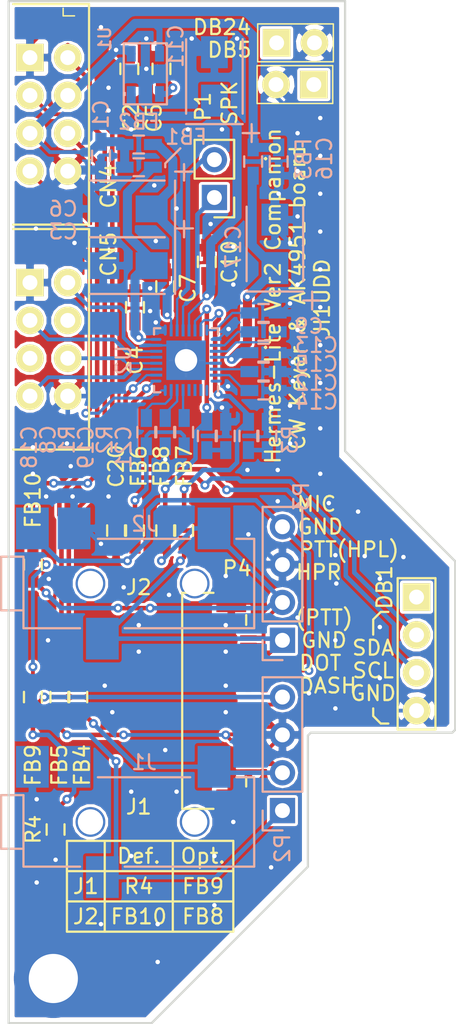
<source format=kicad_pcb>
(kicad_pcb (version 4) (host pcbnew 4.0.2-stable)
  (title_block (title "H-L v2 Companion - AK4951 board") (date 2017-07-16) (rev 1.0) (company JI1UDD))
  (layers (0 F.Cu signal) (1 In1.Cu signal hide) (2 In2.Cu signal hide) (31 B.Cu signal) (34 B.Paste user) (35 F.Paste user) (36 B.SilkS user) (37 F.SilkS user) (38 B.Mask user) (39 F.Mask user) (44 Edge.Cuts user))
  (net 0 "")
  (net 1 GND)
  (net 2 +3V3)
  (net 3 "Net-(C3-Pad1)")
  (net 4 "Net-(C5-Pad1)")
  (net 5 "Net-(C6-Pad1)")
  (net 6 "Net-(C8-Pad2)")
  (net 7 "Net-(C9-Pad1)")
  (net 8 "Net-(C10-Pad1)")
  (net 9 "Net-(C12-Pad1)")
  (net 10 "Net-(C13-Pad1)")
  (net 11 "Net-(C13-Pad2)")
  (net 12 "Net-(C14-Pad1)")
  (net 13 "Net-(C15-Pad2)")
  (net 14 "Net-(C18-Pad1)")
  (net 15 "Net-(C18-Pad2)")
  (net 16 "Net-(C19-Pad1)")
  (net 17 "Net-(C19-Pad2)")
  (net 18 "Net-(C21-Pad1)")
  (net 19 "Net-(C21-Pad2)")
  (net 20 /AudioCodec/~DOT)
  (net 21 /AudioCodec/~PTT)
  (net 22 /AudioCodec/~DASH)
  (net 23 /AudioCodec/PDN)
  (net 24 /AudioCodec/DIN)
  (net 25 /AudioCodec/DOUT)
  (net 26 /AudioCodec/LRCK)
  (net 27 /AudioCodec/BCK)
  (net 28 /AudioCodec/SDA)
  (net 29 /AudioCodec/SCL)
  (net 30 "Net-(P1-Pad1)")
  (net 31 "Net-(P1-Pad2)")
  (net 32 "Net-(R1-Pad2)")
  (net 33 /AudioCodec/P2-2)
  (net 34 /AudioCodec/P2-1)
  (net 35 /AudioCodec/P3-4)
  (net 36 /AudioCodec/P3-1)
  (net 37 /AudioCodec/P3-2)
  (net 38 /AudioCodec/P2-4)
  (net 39 "Net-(CN5-Pad4)")
  (net 40 "Net-(CN5-Pad5)")
  (net 41 "Net-(DB1-Pad1)")
  (net 42 "Net-(DB5-Pad1)")
  (net 43 "Net-(DB24-Pad1)")
  (net 44 "Net-(U2-Pad1)")
  (net 45 "Net-(U2-Pad2)")
  (net 46 "Net-(U2-Pad3)")
  (net 47 "Net-(U2-Pad4)")
  (net 48 "Net-(U2-Pad32)")
  (module HERMESLITE:SJ-43514-SMT (layer B.Cu) (at 78.994 126.492)
    (fp_text reference J1 (at 0.1 -4) (layer B.SilkS) (effects (font (thickness 0.1524)) (justify mirror)))
    (fp_text value SJ-43514-SMT hide)
    (pad 2 smd rect (at 4.8 -3.7) (size 2.2 2.8) (layers B.Cu B.Paste B.Mask) (net 33 /AudioCodec/P2-2))
    (pad 3 smd rect (at -2.7 3.7) (size 2.2 2.8) (layers B.Cu B.Paste B.Mask) (net 34 /AudioCodec/P2-1))
    (pad 4 smd rect (at -4.6 -3.7) (size 2.2 2.8) (layers B.Cu B.Paste B.Mask) (net 38 /AudioCodec/P2-4))
    (pad "" np_thru_hole circle (at -3.5 0) (size 2 2) (drill 1.7) (layers *.Cu *.Mask))
    (pad 1 smd rect (at -7.4 -3.7) (size 2.2 2.8) (layers B.Cu B.Paste B.Mask) (net 1 GND))
    (pad "" np_thru_hole circle (at 3.5 0) (size 2 2) (drill 1.7) (layers *.Cu *.Mask))
  )
  (module HERMESLITE:SJ-43514-SMT (layer B.Cu) (at 78.994 110.49)
    (fp_text reference J2 (at 0.1 -4) (layer B.SilkS) (effects (font (thickness 0.1524)) (justify mirror)))
    (fp_text value SJ-43514-SMT hide)
    (pad 2 smd rect (at 4.8 -3.7) (size 2.2 2.8) (layers B.Cu B.Paste B.Mask) (net 37 /AudioCodec/P3-2))
    (pad 3 smd rect (at -2.7 3.7) (size 2.2 2.8) (layers B.Cu B.Paste B.Mask) (net 36 /AudioCodec/P3-1))
    (pad 4 smd rect (at -4.6 -3.7) (size 2.2 2.8) (layers B.Cu B.Paste B.Mask) (net 1 GND))
    (pad "" np_thru_hole circle (at -3.5 0) (size 2 2) (drill 1.7) (layers *.Cu *.Mask))
    (pad 1 smd rect (at -7.4 -3.7) (size 2.2 2.8) (layers B.Cu B.Paste B.Mask) (net 35 /AudioCodec/P3-4))
    (pad "" np_thru_hole circle (at 3.5 0) (size 2 2) (drill 1.7) (layers *.Cu *.Mask))
  )
  (module HERMESLITE:TantalC_SizeB_EIA-3528_Wave (layer B.Cu) (at 77.978 89.154 180)
    (fp_text reference C3 (at 4.318 2.286 180) (layer B.SilkS) (effects (font (thickness 0.1524)) (justify mirror)))
    (fp_text value 10u hide)
    (fp_text user + (at -3.81 2.5654 180) (layer B.SilkS) (effects (justify mirror)))
    (pad 2 smd rect (at 1.6256 0 180) (size 2.14884 1.80086) (layers B.Cu B.Paste B.Mask) (net 1 GND))
    (pad 1 smd rect (at -1.6256 0 180) (size 2.14884 1.80086) (layers B.Cu B.Paste B.Mask) (net 3 "Net-(C3-Pad1)"))
  )
  (module HERMESLITE:m3 (layer F.Cu) (at 73 137)
    (fp_text reference MH2 hide)
    (fp_text value DNI hide)
    (pad 1 thru_hole circle (at 0 0) (size 5.3 5.3) (drill 3.3) (layers *.Cu *.Mask) (net 1 GND))
  )
  (module HERMESLITE:C_0603_HandSoldering (layer B.Cu) (at 76.2 81.788 270)
    (fp_text reference C1 (at -2.794 0 270) (layer B.SilkS) (effects (font (thickness 0.1524)) (justify mirror)))
    (fp_text value 0.1u hide)
    (pad 1 smd rect (at -0.95 0 270) (size 1.2 0.75) (layers B.Cu B.Paste B.Mask) (net 2 +3V3))
    (pad 2 smd rect (at 0.95 0 270) (size 1.2 0.75) (layers B.Cu B.Paste B.Mask) (net 1 GND))
  )
  (module HERMESLITE:C_0603_HandSoldering (layer F.Cu) (at 78.105 75.946 270)
    (fp_text reference C2 (at 3.302 -0.127 270) (layer F.SilkS) (effects (font (thickness 0.1524))))
    (fp_text value 1u hide)
    (pad 1 smd rect (at -0.95 0 270) (size 1.2 0.75) (layers F.Cu F.Paste F.Mask) (net 2 +3V3))
    (pad 2 smd rect (at 0.95 0 270) (size 1.2 0.75) (layers F.Cu F.Paste F.Mask) (net 1 GND))
  )
  (module HERMESLITE:C_0603_HandSoldering (layer F.Cu) (at 78.486 91.948 90)
    (fp_text reference C4 (at -3.556 0 90) (layer F.SilkS) (effects (font (thickness 0.1524))))
    (fp_text value 0.1u hide)
    (pad 1 smd rect (at -0.95 0 90) (size 1.2 0.75) (layers F.Cu F.Paste F.Mask) (net 3 "Net-(C3-Pad1)"))
    (pad 2 smd rect (at 0.95 0 90) (size 1.2 0.75) (layers F.Cu F.Paste F.Mask) (net 1 GND))
  )
  (module HERMESLITE:C_0603_HandSoldering (layer F.Cu) (at 80.264 75.946 90)
    (fp_text reference C5 (at -3.302 -0.508 90) (layer F.SilkS) (effects (font (thickness 0.1524))))
    (fp_text value 0.1u hide)
    (pad 1 smd rect (at -0.95 0 90) (size 1.2 0.75) (layers F.Cu F.Paste F.Mask) (net 4 "Net-(C5-Pad1)"))
    (pad 2 smd rect (at 0.95 0 90) (size 1.2 0.75) (layers F.Cu F.Paste F.Mask) (net 1 GND))
  )
  (module HERMESLITE:TantalC_SizeB_EIA-3528_Wave (layer B.Cu) (at 77.978 85.344 180)
    (fp_text reference C6 (at 4.318 0 180) (layer B.SilkS) (effects (font (thickness 0.1524)) (justify mirror)))
    (fp_text value 10u hide)
    (fp_text user + (at -3.81 2.5654 180) (layer B.SilkS) (effects (justify mirror)))
    (pad 2 smd rect (at 1.6256 0 180) (size 2.14884 1.80086) (layers B.Cu B.Paste B.Mask) (net 1 GND))
    (pad 1 smd rect (at -1.6256 0 180) (size 2.14884 1.80086) (layers B.Cu B.Paste B.Mask) (net 5 "Net-(C6-Pad1)"))
  )
  (module HERMESLITE:C_0603_HandSoldering (layer F.Cu) (at 80.518 90.551 90)
    (fp_text reference C7 (at -0.127 1.524 90) (layer F.SilkS) (effects (font (thickness 0.1524))))
    (fp_text value 0.1u hide)
    (pad 1 smd rect (at -0.95 0 90) (size 1.2 0.75) (layers F.Cu F.Paste F.Mask) (net 5 "Net-(C6-Pad1)"))
    (pad 2 smd rect (at 0.95 0 90) (size 1.2 0.75) (layers F.Cu F.Paste F.Mask) (net 1 GND))
  )
  (module HERMESLITE:C_0603_HandSoldering (layer B.Cu) (at 80.518 100.33 90)
    (fp_text reference C8 (at -0.508 -7.874 90) (layer B.SilkS) (effects (font (thickness 0.1524)) (justify mirror)))
    (fp_text value 1u hide)
    (pad 1 smd rect (at -0.95 0 90) (size 1.2 0.75) (layers B.Cu B.Paste B.Mask) (net 1 GND))
    (pad 2 smd rect (at 0.95 0 90) (size 1.2 0.75) (layers B.Cu B.Paste B.Mask) (net 6 "Net-(C8-Pad2)"))
  )
  (module HERMESLITE:C_0603_HandSoldering (layer B.Cu) (at 87.122 92.329)
    (fp_text reference C9 (at 3.048 0.889) (layer B.SilkS) (effects (font (thickness 0.1524)) (justify mirror)))
    (fp_text value 2.2u hide)
    (pad 1 smd rect (at -0.95 0) (size 1.2 0.75) (layers B.Cu B.Paste B.Mask) (net 7 "Net-(C9-Pad1)"))
    (pad 2 smd rect (at 0.95 0) (size 1.2 0.75) (layers B.Cu B.Paste B.Mask) (net 1 GND))
  )
  (module HERMESLITE:C_0603_HandSoldering (layer F.Cu) (at 83.312 88.9 90)
    (fp_text reference C10 (at 0 1.524 90) (layer F.SilkS) (effects (font (thickness 0.1524))))
    (fp_text value 0.1u hide)
    (pad 1 smd rect (at -0.95 0 90) (size 1.2 0.75) (layers F.Cu F.Paste F.Mask) (net 8 "Net-(C10-Pad1)"))
    (pad 2 smd rect (at 0.95 0 90) (size 1.2 0.75) (layers F.Cu F.Paste F.Mask) (net 1 GND))
  )
  (module HERMESLITE:TantalC_SizeB_EIA-3528_Wave (layer B.Cu) (at 83.82 76.454 90)
    (fp_text reference C11 (at 2.032 -2.5908 90) (layer B.SilkS) (effects (font (thickness 0.1524)) (justify mirror)))
    (fp_text value 10u hide)
    (fp_text user + (at -3.81 2.4384 90) (layer B.SilkS) (effects (justify mirror)))
    (pad 2 smd rect (at 1.6256 0 90) (size 2.14884 1.80086) (layers B.Cu B.Paste B.Mask) (net 1 GND))
    (pad 1 smd rect (at -1.6256 0 90) (size 2.14884 1.80086) (layers B.Cu B.Paste B.Mask) (net 8 "Net-(C10-Pad1)"))
  )
  (module HERMESLITE:C_0603_HandSoldering (layer B.Cu) (at 87.122 96.266)
    (fp_text reference C12 (at 3.556 0.762) (layer B.SilkS) (effects (font (thickness 0.1524)) (justify mirror)))
    (fp_text value 2.2u hide)
    (pad 1 smd rect (at -0.95 0) (size 1.2 0.75) (layers B.Cu B.Paste B.Mask) (net 9 "Net-(C12-Pad1)"))
    (pad 2 smd rect (at 0.95 0) (size 1.2 0.75) (layers B.Cu B.Paste B.Mask) (net 1 GND))
  )
  (module HERMESLITE:C_0603_HandSoldering (layer B.Cu) (at 87.122 93.599 180)
    (fp_text reference C13 (at -3.556 -0.889 180) (layer B.SilkS) (effects (font (thickness 0.1524)) (justify mirror)))
    (fp_text value 2.2u hide)
    (pad 1 smd rect (at -0.95 0 180) (size 1.2 0.75) (layers B.Cu B.Paste B.Mask) (net 10 "Net-(C13-Pad1)"))
    (pad 2 smd rect (at 0.95 0 180) (size 1.2 0.75) (layers B.Cu B.Paste B.Mask) (net 11 "Net-(C13-Pad2)"))
  )
  (module HERMESLITE:C_0603_HandSoldering (layer B.Cu) (at 87.122 97.536)
    (fp_text reference C14 (at 3.556 0.762) (layer B.SilkS) (effects (font (thickness 0.1524)) (justify mirror)))
    (fp_text value 2.2u hide)
    (pad 1 smd rect (at -0.95 0) (size 1.2 0.75) (layers B.Cu B.Paste B.Mask) (net 12 "Net-(C14-Pad1)"))
    (pad 2 smd rect (at 0.95 0) (size 1.2 0.75) (layers B.Cu B.Paste B.Mask) (net 1 GND))
  )
  (module HERMESLITE:C_0603_HandSoldering (layer B.Cu) (at 87.122 94.996 180)
    (fp_text reference C15 (at -3.556 -0.762 180) (layer B.SilkS) (effects (font (thickness 0.1524)) (justify mirror)))
    (fp_text value 0.1u hide)
    (pad 1 smd rect (at -0.95 0 180) (size 1.2 0.75) (layers B.Cu B.Paste B.Mask) (net 1 GND))
    (pad 2 smd rect (at 0.95 0 180) (size 1.2 0.75) (layers B.Cu B.Paste B.Mask) (net 13 "Net-(C15-Pad2)"))
  )
  (module HERMESLITE:C_0603_HandSoldering (layer B.Cu) (at 88.138 82.169 270)
    (fp_text reference C16 (at -0.2032 -3.0734 270) (layer B.SilkS) (effects (font (thickness 0.1524)) (justify mirror)))
    (fp_text value 0.1u hide)
    (pad 1 smd rect (at -0.95 0 270) (size 1.2 0.75) (layers B.Cu B.Paste B.Mask) (net 2 +3V3))
    (pad 2 smd rect (at 0.95 0 270) (size 1.2 0.75) (layers B.Cu B.Paste B.Mask) (net 1 GND))
  )
  (module HERMESLITE:TantalC_SizeB_EIA-3528_Wave (layer B.Cu) (at 87.884 87.6935 90)
    (fp_text reference C17 (at -0.1905 -2.794 90) (layer B.SilkS) (effects (font (thickness 0.1524)) (justify mirror)))
    (fp_text value 10u hide)
    (fp_text user + (at -3.7973 2.4384 90) (layer B.SilkS) (effects (justify mirror)))
    (pad 2 smd rect (at 1.6256 0 90) (size 2.14884 1.80086) (layers B.Cu B.Paste B.Mask) (net 1 GND))
    (pad 1 smd rect (at -1.6256 0 90) (size 2.14884 1.80086) (layers B.Cu B.Paste B.Mask) (net 13 "Net-(C15-Pad2)"))
  )
  (module HERMESLITE:C_0603_HandSoldering (layer B.Cu) (at 79.248 100.33 270)
    (fp_text reference C18 (at 1.016 7.874 270) (layer B.SilkS) (effects (font (thickness 0.1524)) (justify mirror)))
    (fp_text value 1u hide)
    (pad 1 smd rect (at -0.95 0 270) (size 1.2 0.75) (layers B.Cu B.Paste B.Mask) (net 14 "Net-(C18-Pad1)"))
    (pad 2 smd rect (at 0.95 0 270) (size 1.2 0.75) (layers B.Cu B.Paste B.Mask) (net 15 "Net-(C18-Pad2)"))
  )
  (module HERMESLITE:C_0603_HandSoldering (layer B.Cu) (at 83.312 100.584 270)
    (fp_text reference C19 (at 0.762 8.128 270) (layer B.SilkS) (effects (font (thickness 0.1524)) (justify mirror)))
    (fp_text value 0.22u hide)
    (pad 1 smd rect (at -0.95 0 270) (size 1.2 0.75) (layers B.Cu B.Paste B.Mask) (net 16 "Net-(C19-Pad1)"))
    (pad 2 smd rect (at 0.95 0 270) (size 1.2 0.75) (layers B.Cu B.Paste B.Mask) (net 17 "Net-(C19-Pad2)"))
  )
  (module HERMESLITE:C_0603_HandSoldering (layer F.Cu) (at 77.216 106.934 270)
    (fp_text reference C20 (at -4.318 0 270) (layer F.SilkS) (effects (font (thickness 0.1524))))
    (fp_text value DNI hide)
    (pad 1 smd rect (at -0.95 0 270) (size 1.2 0.75) (layers F.Cu F.Paste F.Mask) (net 15 "Net-(C18-Pad2)"))
    (pad 2 smd rect (at 0.95 0 270) (size 1.2 0.75) (layers F.Cu F.Paste F.Mask) (net 1 GND))
  )
  (module HERMESLITE:C_0603_HandSoldering (layer B.Cu) (at 86.106 100.584 270)
    (fp_text reference C21 (at 0.762 8.382 270) (layer B.SilkS) (effects (font (thickness 0.1524)) (justify mirror)))
    (fp_text value 0.22u hide)
    (pad 1 smd rect (at -0.95 0 270) (size 1.2 0.75) (layers B.Cu B.Paste B.Mask) (net 18 "Net-(C21-Pad1)"))
    (pad 2 smd rect (at 0.95 0 270) (size 1.2 0.75) (layers B.Cu B.Paste B.Mask) (net 19 "Net-(C21-Pad2)"))
  )
  (module HERMESLITE:IO (layer F.Cu) (at 72.7 79 270)
    (fp_text reference CN4 (at 4.82 -4.008 270) (layer F.SilkS) (effects (font (thickness 0.1524))))
    (fp_text value IO8)
    (pad 1 thru_hole rect (at -3.81 1.27 270) (size 1.85 1.85) (drill 1) (layers *.Cu *.Mask F.SilkS) (net 1 GND))
    (pad 2 thru_hole circle (at -3.81 -1.27 270) (size 1.85 1.85) (drill 1) (layers *.Cu *.Mask F.SilkS) (net 20 /AudioCodec/~DOT))
    (pad 3 thru_hole circle (at -1.27 1.27 270) (size 1.85 1.85) (drill 1) (layers *.Cu *.Mask F.SilkS) (net 21 /AudioCodec/~PTT))
    (pad 4 thru_hole circle (at -1.27 -1.27 270) (size 1.85 1.85) (drill 1) (layers *.Cu *.Mask F.SilkS) (net 2 +3V3))
    (pad 5 thru_hole circle (at 1.27 1.27 270) (size 1.85 1.85) (drill 1) (layers *.Cu *.Mask F.SilkS) (net 2 +3V3))
    (pad 6 thru_hole circle (at 1.27 -1.27 270) (size 1.85 1.85) (drill 1) (layers *.Cu *.Mask F.SilkS) (net 22 /AudioCodec/~DASH))
    (pad 7 thru_hole circle (at 3.81 1.27 270) (size 1.85 1.85) (drill 1) (layers *.Cu *.Mask F.SilkS) (net 23 /AudioCodec/PDN))
    (pad 8 thru_hole circle (at 3.81 -1.27 270) (size 1.85 1.85) (drill 1) (layers *.Cu *.Mask F.SilkS) (net 1 GND))
  )
  (module HERMESLITE:IO (layer F.Cu) (at 72.7 94.1 270)
    (fp_text reference CN5 (at -5.708 -4.008 270) (layer F.SilkS) (effects (font (thickness 0.1524))))
    (fp_text value IO8)
    (pad 1 thru_hole rect (at -3.81 1.27 270) (size 1.85 1.85) (drill 1) (layers *.Cu *.Mask F.SilkS) (net 1 GND))
    (pad 2 thru_hole circle (at -3.81 -1.27 270) (size 1.85 1.85) (drill 1) (layers *.Cu *.Mask F.SilkS) (net 27 /AudioCodec/BCK))
    (pad 3 thru_hole circle (at -1.27 1.27 270) (size 1.85 1.85) (drill 1) (layers *.Cu *.Mask F.SilkS) (net 26 /AudioCodec/LRCK))
    (pad 4 thru_hole circle (at -1.27 -1.27 270) (size 1.85 1.85) (drill 1) (layers *.Cu *.Mask F.SilkS) (net 39 "Net-(CN5-Pad4)"))
    (pad 5 thru_hole circle (at 1.27 1.27 270) (size 1.85 1.85) (drill 1) (layers *.Cu *.Mask F.SilkS) (net 40 "Net-(CN5-Pad5)"))
    (pad 6 thru_hole circle (at 1.27 -1.27 270) (size 1.85 1.85) (drill 1) (layers *.Cu *.Mask F.SilkS) (net 25 /AudioCodec/DOUT))
    (pad 7 thru_hole circle (at 3.81 1.27 270) (size 1.85 1.85) (drill 1) (layers *.Cu *.Mask F.SilkS) (net 24 /AudioCodec/DIN))
    (pad 8 thru_hole circle (at 3.81 -1.27 270) (size 1.85 1.85) (drill 1) (layers *.Cu *.Mask F.SilkS) (net 1 GND))
  )
  (module HERMESLITE:4x1 (layer F.Cu) (at 97.4 111.4 270)
    (fp_text reference DB1 (at -0.656 2.15 270) (layer F.SilkS) (effects (font (thickness 0.1524))))
    (fp_text value RFD4d)
    (pad 1 thru_hole rect (at 0 0 270) (size 1.85 1.85) (drill 1) (layers *.Cu *.Mask F.SilkS) (net 41 "Net-(DB1-Pad1)"))
    (pad 2 thru_hole circle (at 2.54 0 270) (size 1.85 1.85) (drill 1) (layers *.Cu *.Mask F.SilkS) (net 28 /AudioCodec/SDA))
    (pad 3 thru_hole circle (at 5.08 0 270) (size 1.85 1.85) (drill 1) (layers *.Cu *.Mask F.SilkS) (net 29 /AudioCodec/SCL))
    (pad 4 thru_hole circle (at 7.62 0 270) (size 1.85 1.85) (drill 1) (layers *.Cu *.Mask F.SilkS) (net 1 GND))
  )
  (module HERMESLITE:C_0603_HandSoldering (layer B.Cu) (at 78.74 82.55 180)
    (fp_text reference FB1 (at -3.175 2.032 180) (layer B.SilkS) (effects (font (thickness 0.1524)) (justify mirror)))
    (fp_text value FB hide)
    (pad 1 smd rect (at -0.95 0 180) (size 1.2 0.75) (layers B.Cu B.Paste B.Mask) (net 3 "Net-(C3-Pad1)"))
    (pad 2 smd rect (at 0.95 0 180) (size 1.2 0.75) (layers B.Cu B.Paste B.Mask) (net 2 +3V3))
  )
  (module HERMESLITE:C_0603_HandSoldering (layer B.Cu) (at 78.74 81.026 180)
    (fp_text reference FB2 (at 0 1.524 180) (layer B.SilkS) (effects (font (thickness 0.1524)) (justify mirror)))
    (fp_text value FB hide)
    (pad 1 smd rect (at -0.95 0 180) (size 1.2 0.75) (layers B.Cu B.Paste B.Mask) (net 5 "Net-(C6-Pad1)"))
    (pad 2 smd rect (at 0.95 0 180) (size 1.2 0.75) (layers B.Cu B.Paste B.Mask) (net 2 +3V3))
  )
  (module HERMESLITE:C_0603_HandSoldering (layer B.Cu) (at 86.4235 82.169 270)
    (fp_text reference FB3 (at -0.1778 -3.3909 270) (layer B.SilkS) (effects (font (thickness 0.1524)) (justify mirror)))
    (fp_text value FB hide)
    (pad 1 smd rect (at -0.95 0 270) (size 1.2 0.75) (layers B.Cu B.Paste B.Mask) (net 2 +3V3))
    (pad 2 smd rect (at 0.95 0 270) (size 1.2 0.75) (layers B.Cu B.Paste B.Mask) (net 13 "Net-(C15-Pad2)"))
  )
  (module HERMESLITE:C_0603_HandSoldering (layer F.Cu) (at 74.676 118.11 270)
    (fp_text reference FB4 (at 4.572 -0.254 270) (layer F.SilkS) (effects (font (thickness 0.1524))))
    (fp_text value FB hide)
    (pad 1 smd rect (at -0.95 0 270) (size 1.2 0.75) (layers F.Cu F.Paste F.Mask) (net 20 /AudioCodec/~DOT))
    (pad 2 smd rect (at 0.95 0 270) (size 1.2 0.75) (layers F.Cu F.Paste F.Mask) (net 33 /AudioCodec/P2-2))
  )
  (module HERMESLITE:C_0603_HandSoldering (layer F.Cu) (at 73.406 118.11 270)
    (fp_text reference FB5 (at 4.572 0 270) (layer F.SilkS) (effects (font (thickness 0.1524))))
    (fp_text value FB hide)
    (pad 1 smd rect (at -0.95 0 270) (size 1.2 0.75) (layers F.Cu F.Paste F.Mask) (net 22 /AudioCodec/~DASH))
    (pad 2 smd rect (at 0.95 0 270) (size 1.2 0.75) (layers F.Cu F.Paste F.Mask) (net 34 /AudioCodec/P2-1))
  )
  (module HERMESLITE:C_0603_HandSoldering (layer F.Cu) (at 78.486 106.934 270)
    (fp_text reference FB6 (at -4.318 -0.254 270) (layer F.SilkS) (effects (font (thickness 0.1524))))
    (fp_text value FB hide)
    (pad 1 smd rect (at -0.95 0 270) (size 1.2 0.75) (layers F.Cu F.Paste F.Mask) (net 15 "Net-(C18-Pad2)"))
    (pad 2 smd rect (at 0.95 0 270) (size 1.2 0.75) (layers F.Cu F.Paste F.Mask) (net 35 /AudioCodec/P3-4))
  )
  (module HERMESLITE:C_0603_HandSoldering (layer F.Cu) (at 81.788 106.934 270)
    (fp_text reference FB7 (at -4.318 0 270) (layer F.SilkS) (effects (font (thickness 0.1524))))
    (fp_text value FB hide)
    (pad 1 smd rect (at -0.95 0 270) (size 1.2 0.75) (layers F.Cu F.Paste F.Mask) (net 18 "Net-(C21-Pad1)"))
    (pad 2 smd rect (at 0.95 0 270) (size 1.2 0.75) (layers F.Cu F.Paste F.Mask) (net 36 /AudioCodec/P3-1))
  )
  (module HERMESLITE:C_0603_HandSoldering (layer F.Cu) (at 80.518 106.934 90)
    (fp_text reference FB8 (at 4.318 -0.254 90) (layer F.SilkS) (effects (font (thickness 0.1524))))
    (fp_text value FB hide)
    (pad 1 smd rect (at -0.95 0 90) (size 1.2 0.75) (layers F.Cu F.Paste F.Mask) (net 37 /AudioCodec/P3-2))
    (pad 2 smd rect (at 0.95 0 90) (size 1.2 0.75) (layers F.Cu F.Paste F.Mask) (net 16 "Net-(C19-Pad1)"))
  )
  (module HERMESLITE:C_0603_HandSoldering (layer F.Cu) (at 71.628 118.11 90)
    (fp_text reference FB9 (at -4.572 0 90) (layer F.SilkS) (effects (font (thickness 0.1524))))
    (fp_text value FB hide)
    (pad 1 smd rect (at -0.95 0 90) (size 1.2 0.75) (layers F.Cu F.Paste F.Mask) (net 38 /AudioCodec/P2-4))
    (pad 2 smd rect (at 0.95 0 90) (size 1.2 0.75) (layers F.Cu F.Paste F.Mask) (net 21 /AudioCodec/~PTT))
  )
  (module HERMESLITE:C_0603_HandSoldering (layer F.Cu) (at 71.628 109.22 90)
    (fp_text reference FB10 (at 4.318 0 90) (layer F.SilkS) (effects (font (thickness 0.1524))))
    (fp_text value FB hide)
    (pad 1 smd rect (at -0.95 0 90) (size 1.2 0.75) (layers F.Cu F.Paste F.Mask) (net 37 /AudioCodec/P3-2))
    (pad 2 smd rect (at 0.95 0 90) (size 1.2 0.75) (layers F.Cu F.Paste F.Mask) (net 21 /AudioCodec/~PTT))
  )
  (module HERMESLITE:Pin_Header_Straight_1x02_Pitch2.54mm (layer F.Cu) (at 83.82 84.582 180)
    (fp_text reference P1 (at 0.762 6.096 270) (layer F.SilkS) (effects (font (thickness 0.1525))))
    (fp_text value CONN_01X02 hide)
    (pad 1 thru_hole rect (at 0 0 180) (size 1.7 1.7) (drill 1) (layers *.Cu *.Mask) (net 30 "Net-(P1-Pad1)"))
    (pad 2 thru_hole oval (at 0 2.54 180) (size 1.7 1.7) (drill 1) (layers *.Cu *.Mask) (net 31 "Net-(P1-Pad2)"))
  )
  (module HERMESLITE:Pin_Header_Straight_1x04_Pitch2.54mm (layer B.Cu) (at 88.392 125.73)
    (fp_text reference P2 (at 0 2.54 270) (layer B.SilkS) (effects (font (thickness 0.1524)) (justify mirror)))
    (fp_text value CONN_01X04 hide)
    (pad 1 thru_hole rect (at 0 0) (size 1.7 1.7) (drill 1) (layers *.Cu *.Mask) (net 34 /AudioCodec/P2-1))
    (pad 2 thru_hole oval (at 0 -2.54) (size 1.7 1.7) (drill 1) (layers *.Cu *.Mask) (net 33 /AudioCodec/P2-2))
    (pad 3 thru_hole oval (at 0 -5.08) (size 1.7 1.7) (drill 1) (layers *.Cu *.Mask) (net 1 GND))
    (pad 4 thru_hole oval (at 0 -7.62) (size 1.7 1.7) (drill 1) (layers *.Cu *.Mask) (net 38 /AudioCodec/P2-4))
  )
  (module HERMESLITE:Pin_Header_Straight_1x04_Pitch2.54mm (layer B.Cu) (at 88.392 114.3)
    (fp_text reference P3 (at 1.27 -9.652 270) (layer B.SilkS) (effects (font (thickness 0.1524)) (justify mirror)))
    (fp_text value CONN_01X04 hide)
    (pad 1 thru_hole rect (at 0 0) (size 1.7 1.7) (drill 1) (layers *.Cu *.Mask) (net 36 /AudioCodec/P3-1))
    (pad 2 thru_hole oval (at 0 -2.54) (size 1.7 1.7) (drill 1) (layers *.Cu *.Mask) (net 37 /AudioCodec/P3-2))
    (pad 3 thru_hole oval (at 0 -5.08) (size 1.7 1.7) (drill 1) (layers *.Cu *.Mask) (net 1 GND))
    (pad 4 thru_hole oval (at 0 -7.62) (size 1.7 1.7) (drill 1) (layers *.Cu *.Mask) (net 35 /AudioCodec/P3-4))
  )
  (module HERMESLITE:C_0603_HandSoldering (layer B.Cu) (at 81.788 100.33 90)
    (fp_text reference R1 (at -0.508 -7.874 90) (layer B.SilkS) (effects (font (thickness 0.1524)) (justify mirror)))
    (fp_text value 2.2k hide)
    (pad 1 smd rect (at -0.95 0 90) (size 1.2 0.75) (layers B.Cu B.Paste B.Mask) (net 15 "Net-(C18-Pad2)"))
    (pad 2 smd rect (at 0.95 0 90) (size 1.2 0.75) (layers B.Cu B.Paste B.Mask) (net 32 "Net-(R1-Pad2)"))
  )
  (module HERMESLITE:C_0603_HandSoldering (layer B.Cu) (at 84.582 100.584 90)
    (fp_text reference R2 (at -0.254 -8.128 90) (layer B.SilkS) (effects (font (thickness 0.1524)) (justify mirror)))
    (fp_text value 33 hide)
    (pad 1 smd rect (at -0.95 0 90) (size 1.2 0.75) (layers B.Cu B.Paste B.Mask) (net 17 "Net-(C19-Pad2)"))
    (pad 2 smd rect (at 0.95 0 90) (size 1.2 0.75) (layers B.Cu B.Paste B.Mask) (net 1 GND))
  )
  (module HERMESLITE:C_0603_HandSoldering (layer B.Cu) (at 87.376 100.584 90)
    (fp_text reference R3 (at -0.254 1.524 90) (layer B.SilkS) (effects (font (thickness 0.1524)) (justify mirror)))
    (fp_text value 33 hide)
    (pad 1 smd rect (at -0.95 0 90) (size 1.2 0.75) (layers B.Cu B.Paste B.Mask) (net 19 "Net-(C21-Pad2)"))
    (pad 2 smd rect (at 0.95 0 90) (size 1.2 0.75) (layers B.Cu B.Paste B.Mask) (net 1 GND))
  )
  (module HERMESLITE:C_0603_HandSoldering (layer F.Cu) (at 73.152 127 90)
    (fp_text reference R4 (at 0 -1.524 90) (layer F.SilkS) (effects (font (thickness 0.1524))))
    (fp_text value 0 hide)
    (pad 1 smd rect (at -0.95 0 90) (size 1.2 0.75) (layers F.Cu F.Paste F.Mask) (net 1 GND))
    (pad 2 smd rect (at 0.95 0 90) (size 1.2 0.75) (layers F.Cu F.Paste F.Mask) (net 38 /AudioCodec/P2-4))
  )
  (module HERMESLITE:SOT23 (layer B.Cu) (at 78.232 74.93)
    (fp_text reference U1 (at -1.778 -1.016 90) (layer B.SilkS) (effects (font (size 0.8 0.8) (thickness 0.1524)) (justify mirror)))
    (fp_text value TPS730)
    (pad 1 smd rect (at 0 0) (size 0.6 1.05) (layers B.Cu B.Paste B.Mask) (net 2 +3V3))
    (pad 2 smd rect (at 0.95 0) (size 0.6 1.05) (layers B.Cu B.Paste B.Mask) (net 1 GND))
    (pad 3 smd rect (at 1.9 0) (size 0.6 1.05) (layers B.Cu B.Paste B.Mask) (net 2 +3V3))
    (pad 4 smd rect (at 1.9 2.7) (size 0.6 1.05) (layers B.Cu B.Paste B.Mask) (net 4 "Net-(C5-Pad1)"))
    (pad 5 smd rect (at 0 2.7) (size 0.6 1.05) (layers B.Cu B.Paste B.Mask) (net 8 "Net-(C10-Pad1)"))
  )
  (module HERMESLITE:QFN-32-1EP_4x4mm_Pitch0.4mm_Handsoldering (layer B.Cu) (at 81.915 95.504 90)
    (fp_text reference U2 (at 0 -4.191 90) (layer B.SilkS) (effects (font (thickness 0.1524)) (justify mirror)))
    (fp_text value AK4951AEN)
    (pad 1 smd oval (at -2.025 1.4 90) (size 0.75 0.2) (layers B.Cu B.Paste B.Mask) (net 44 "Net-(U2-Pad1)"))
    (pad 2 smd rect (at -2 1 90) (size 0.8 0.2) (layers B.Cu B.Paste B.Mask) (net 45 "Net-(U2-Pad2)"))
    (pad 3 smd rect (at -2 0.6 90) (size 0.8 0.2) (layers B.Cu B.Paste B.Mask) (net 46 "Net-(U2-Pad3)"))
    (pad 4 smd rect (at -2 0.2 90) (size 0.8 0.2) (layers B.Cu B.Paste B.Mask) (net 47 "Net-(U2-Pad4)"))
    (pad 5 smd rect (at -2 -0.2 90) (size 0.8 0.2) (layers B.Cu B.Paste B.Mask) (net 32 "Net-(R1-Pad2)"))
    (pad 6 smd rect (at -2 -0.6 90) (size 0.8 0.2) (layers B.Cu B.Paste B.Mask) (net 6 "Net-(C8-Pad2)"))
    (pad 7 smd rect (at -2 -1 90) (size 0.8 0.2) (layers B.Cu B.Paste B.Mask) (net 14 "Net-(C18-Pad1)"))
    (pad 8 smd oval (at -2.025 -1.4 90) (size 0.75 0.2) (layers B.Cu B.Paste B.Mask) (net 23 /AudioCodec/PDN))
    (pad 9 smd oval (at -1.4 -2.025) (size 0.75 0.2) (layers B.Cu B.Paste B.Mask) (net 29 /AudioCodec/SCL))
    (pad 10 smd rect (at -1 -2) (size 0.8 0.2) (layers B.Cu B.Paste B.Mask) (net 28 /AudioCodec/SDA))
    (pad 11 smd rect (at -0.6 -2) (size 0.8 0.2) (layers B.Cu B.Paste B.Mask) (net 24 /AudioCodec/DIN))
    (pad 12 smd rect (at -0.2 -2) (size 0.8 0.2) (layers B.Cu B.Paste B.Mask) (net 25 /AudioCodec/DOUT))
    (pad 13 smd rect (at 0.2 -2) (size 0.8 0.2) (layers B.Cu B.Paste B.Mask) (net 26 /AudioCodec/LRCK))
    (pad 14 smd rect (at 0.6 -2) (size 0.8 0.2) (layers B.Cu B.Paste B.Mask) (net 27 /AudioCodec/BCK))
    (pad 15 smd rect (at 1 -2) (size 0.8 0.2) (layers B.Cu B.Paste B.Mask) (net 1 GND))
    (pad 16 smd oval (at 1.4 -2.025) (size 0.75 0.2) (layers B.Cu B.Paste B.Mask) (net 3 "Net-(C3-Pad1)"))
    (pad 17 smd oval (at 2.025 -1.4 90) (size 0.75 0.2) (layers B.Cu B.Paste B.Mask) (net 1 GND))
    (pad 18 smd rect (at 2 -1 90) (size 0.8 0.2) (layers B.Cu B.Paste B.Mask) (net 5 "Net-(C6-Pad1)"))
    (pad 19 smd rect (at 2 -0.6 90) (size 0.8 0.2) (layers B.Cu B.Paste B.Mask) (net 31 "Net-(P1-Pad2)"))
    (pad 20 smd rect (at 2 -0.2 90) (size 0.8 0.2) (layers B.Cu B.Paste B.Mask) (net 30 "Net-(P1-Pad1)"))
    (pad 21 smd rect (at 2 0.2 90) (size 0.8 0.2) (layers B.Cu B.Paste B.Mask) (net 8 "Net-(C10-Pad1)"))
    (pad 22 smd rect (at 2 0.6 90) (size 0.8 0.2) (layers B.Cu B.Paste B.Mask) (net 16 "Net-(C19-Pad1)"))
    (pad 23 smd rect (at 2 1 90) (size 0.8 0.2) (layers B.Cu B.Paste B.Mask) (net 18 "Net-(C21-Pad1)"))
    (pad 24 smd oval (at 2.025 1.4 90) (size 0.75 0.2) (layers B.Cu B.Paste B.Mask) (net 7 "Net-(C9-Pad1)"))
    (pad 25 smd oval (at 1.4 2.025) (size 0.75 0.2) (layers B.Cu B.Paste B.Mask) (net 1 GND))
    (pad 26 smd rect (at 1 2) (size 0.8 0.2) (layers B.Cu B.Paste B.Mask) (net 11 "Net-(C13-Pad2)"))
    (pad 27 smd rect (at 0.6 2) (size 0.8 0.2) (layers B.Cu B.Paste B.Mask) (net 10 "Net-(C13-Pad1)"))
    (pad 28 smd rect (at 0.2 2) (size 0.8 0.2) (layers B.Cu B.Paste B.Mask) (net 13 "Net-(C15-Pad2)"))
    (pad 29 smd rect (at -0.2 2) (size 0.8 0.2) (layers B.Cu B.Paste B.Mask) (net 1 GND))
    (pad 30 smd rect (at -0.6 2) (size 0.8 0.2) (layers B.Cu B.Paste B.Mask) (net 9 "Net-(C12-Pad1)"))
    (pad 31 smd rect (at -1 2) (size 0.8 0.2) (layers B.Cu B.Paste B.Mask) (net 12 "Net-(C14-Pad1)"))
    (pad 32 smd oval (at -1.4 2.025) (size 0.75 0.2) (layers B.Cu B.Paste B.Mask) (net 48 "Net-(U2-Pad32)"))
    (pad 33 smd rect (at 0.6625 -0.6625 90) (size 1.325 1.325) (layers B.Cu B.Paste B.Mask) (net 1 GND))
    (pad 33 smd rect (at 0.6625 0.6625 90) (size 1.325 1.325) (layers B.Cu B.Paste B.Mask) (net 1 GND))
    (pad 33 smd rect (at -0.6625 -0.6625 90) (size 1.325 1.325) (layers B.Cu B.Paste B.Mask) (net 1 GND))
    (pad 33 smd rect (at -0.6625 0.6625 90) (size 1.325 1.325) (layers B.Cu B.Paste B.Mask) (net 1 GND))
    (pad 33 thru_hole circle (at 0 0) (size 1.7 1.7) (drill 1.5) (layers *.Cu *.Mask) (net 1 GND))
  )
  (module HERMESLITE:2x1 (layer F.Cu) (at 88 74.2)
    (fp_text reference DB5 (at -3.164 0.476) (layer F.SilkS) (effects (font (thickness 0.1524))))
    (fp_text value RFD2b)
    (pad 1 thru_hole rect (at 0 0) (size 1.85 1.85) (drill 1) (layers *.Cu *.Mask F.SilkS) (net 42 "Net-(DB5-Pad1)"))
    (pad 2 thru_hole circle (at 2.54 0) (size 1.85 1.85) (drill 1) (layers *.Cu *.Mask F.SilkS) (net 1 GND))
  )
  (module HERMESLITE:2x1 (layer F.Cu) (at 90.5 77 180)
    (fp_text reference DB24 (at 6.172 3.848 180) (layer F.SilkS) (effects (font (thickness 0.1524))))
    (fp_text value RFD2b)
    (pad 1 thru_hole rect (at 0 0 180) (size 1.85 1.85) (drill 1) (layers *.Cu *.Mask F.SilkS) (net 43 "Net-(DB24-Pad1)"))
    (pad 2 thru_hole circle (at 2.54 0 180) (size 1.85 1.85) (drill 1) (layers *.Cu *.Mask F.SilkS) (net 1 GND))
  )
  (module HERMESLITE:FFC_Kyocera_20pin (layer F.Cu) (at 86.106 118.364 270)
    (fp_text reference P4 (at -8.89 0.762 360) (layer F.SilkS) (effects (font (thickness 0.1524))))
    (fp_text value "FFC 20pin")
    (pad 19 smd rect (at 4.25 0 270) (size 0.3 1.1) (layers F.Cu F.Paste F.Mask) (net 33 /AudioCodec/P2-2))
    (pad 18 smd rect (at 3.75 0 270) (size 0.3 1.1) (layers F.Cu F.Paste F.Mask) (net 33 /AudioCodec/P2-2))
    (pad 17 smd rect (at 3.25 0 270) (size 0.3 1.1) (layers F.Cu F.Paste F.Mask) (net 1 GND))
    (pad 16 smd rect (at 2.75 0 270) (size 0.3 1.1) (layers F.Cu F.Paste F.Mask) (net 34 /AudioCodec/P2-1))
    (pad 15 smd rect (at 2.25 0 270) (size 0.3 1.1) (layers F.Cu F.Paste F.Mask) (net 34 /AudioCodec/P2-1))
    (pad 14 smd rect (at 1.75 0 270) (size 0.3 1.1) (layers F.Cu F.Paste F.Mask) (net 1 GND))
    (pad 13 smd rect (at 1.25 0 270) (size 0.3 1.1) (layers F.Cu F.Paste F.Mask) (net 1 GND))
    (pad 12 smd rect (at 0.75 0 270) (size 0.3 1.1) (layers F.Cu F.Paste F.Mask) (net 1 GND))
    (pad 11 smd rect (at 0.25 0 270) (size 0.3 1.1) (layers F.Cu F.Paste F.Mask) (net 38 /AudioCodec/P2-4))
    (pad 10 smd rect (at -0.25 0 270) (size 0.3 1.1) (layers F.Cu F.Paste F.Mask) (net 38 /AudioCodec/P2-4))
    (pad 9 smd rect (at -0.75 0 270) (size 0.3 1.1) (layers F.Cu F.Paste F.Mask) (net 1 GND))
    (pad 8 smd rect (at -1.25 0 270) (size 0.3 1.1) (layers F.Cu F.Paste F.Mask) (net 35 /AudioCodec/P3-4))
    (pad 7 smd rect (at -1.75 0 270) (size 0.3 1.1) (layers F.Cu F.Paste F.Mask) (net 35 /AudioCodec/P3-4))
    (pad 20 smd rect (at 4.75 0 270) (size 0.3 1.1) (layers F.Cu F.Paste F.Mask) (net 1 GND))
    (pad 1 smd rect (at -4.75 0 270) (size 0.3 1.1) (layers F.Cu F.Paste F.Mask) (net 1 GND))
    (pad 2 smd rect (at -4.25 0 270) (size 0.3 1.1) (layers F.Cu F.Paste F.Mask) (net 37 /AudioCodec/P3-2))
    (pad 3 smd rect (at -3.75 0 270) (size 0.3 1.1) (layers F.Cu F.Paste F.Mask) (net 37 /AudioCodec/P3-2))
    (pad 4 smd rect (at -3.25 0 270) (size 0.3 1.1) (layers F.Cu F.Paste F.Mask) (net 36 /AudioCodec/P3-1))
    (pad 5 smd rect (at -2.75 0 270) (size 0.3 1.1) (layers F.Cu F.Paste F.Mask) (net 36 /AudioCodec/P3-1))
    (pad 6 smd rect (at -2.25 0 270) (size 0.3 1.1) (layers F.Cu F.Paste F.Mask) (net 1 GND))
    (pad 21 smd rect (at -6.7 1.15 270) (size 1.5 2) (layers F.Cu F.Paste F.Mask) (net 1 GND))
    (pad 22 smd rect (at 6.7 1.15 270) (size 1.5 2) (layers F.Cu F.Paste F.Mask) (net 1 GND))
  )
  (gr_text JI1UDD (at 91.059 91.313 90) (layer F.SilkS) (effects (font (size 1 1) (thickness 0.1524))))
  (gr_text "Hermes-Lite Ver2 Companion" (at 87.757 91.186 90) (layer F.SilkS) (effects (font (size 1 1) (thickness 0.1524))))
  (gr_line (start 90.1 120.7) (end 90.1 129.5) (angle 90) (layer Edge.Cuts) (width 0.15))
  (gr_line (start 90.3 120.5) (end 90.1 120.7) (angle 90) (layer Edge.Cuts) (width 0.15))
  (gr_line (start 99.8 120.5) (end 90.3 120.5) (angle 90) (layer Edge.Cuts) (width 0.15))
  (gr_line (start 92.6 101.6) (end 100 109) (angle 90) (layer Edge.Cuts) (width 0.15))
  (gr_line (start 81.026 127.762) (end 81.026 133.858) (angle 90) (layer F.SilkS) (width 0.1524))
  (gr_line (start 76.454 133.858) (end 76.454 127.762) (angle 90) (layer F.SilkS) (width 0.1524))
  (gr_line (start 73.914 131.826) (end 85.09 131.826) (angle 90) (layer F.SilkS) (width 0.1524))
  (gr_line (start 73.914 127.762) (end 73.914 133.858) (angle 90) (layer F.SilkS) (width 0.1524))
  (gr_line (start 85.09 133.858) (end 85.09 127.762) (angle 90) (layer F.SilkS) (width 0.1524))
  (gr_line (start 73.914 133.858) (end 85.09 133.858) (angle 90) (layer F.SilkS) (width 0.1524))
  (gr_line (start 73.914 127.762) (end 85.09 127.762) (angle 90) (layer F.SilkS) (width 0.1524))
  (gr_line (start 73.914 129.794) (end 85.09 129.794) (angle 90) (layer F.SilkS) (width 0.1524))
  (gr_text Opt. (at 83.058 128.778) (layer F.SilkS) (effects (font (size 1 1) (thickness 0.1524))))
  (gr_text R4 (at 78.74 130.81) (layer F.SilkS) (effects (font (size 1 1) (thickness 0.1524))))
  (gr_text FB9 (at 83.058 130.81) (layer F.SilkS) (effects (font (size 1 1) (thickness 0.1524))))
  (gr_text Def. (at 78.74 128.778) (layer F.SilkS) (effects (font (size 1 1) (thickness 0.1524))))
  (gr_text J1 (at 75.184 130.81) (layer F.SilkS) (effects (font (size 1 1) (thickness 0.1524))))
  (gr_text J2 (at 75.184 132.842) (layer F.SilkS) (effects (font (size 1 1) (thickness 0.1524))))
  (gr_text FB10 (at 78.74 132.842) (layer F.SilkS) (effects (font (size 1 1) (thickness 0.1524))))
  (gr_text FB8 (at 83.058 132.842) (layer F.SilkS) (effects (font (size 1 1) (thickness 0.1524))))
  (gr_line (start 94.996 112.395) (end 95.504 112.395) (angle 90) (layer F.SilkS) (width 0.1524))
  (gr_line (start 94.996 119.888) (end 95.504 119.888) (angle 90) (layer F.SilkS) (width 0.1524))
  (gr_line (start 94.488 112.903) (end 94.996 112.395) (angle 90) (layer F.SilkS) (width 0.1524))
  (gr_line (start 94.488 113.919) (end 94.488 112.903) (angle 90) (layer F.SilkS) (width 0.1524))
  (gr_line (start 94.488 119.38) (end 94.996 119.888) (angle 90) (layer F.SilkS) (width 0.1524))
  (gr_line (start 94.488 118.872) (end 94.488 119.38) (angle 90) (layer F.SilkS) (width 0.1524))
  (gr_text "PTT(HPL)" (at 89.408 108.204) (layer F.SilkS) (effects (font (size 1 1) (thickness 0.1524)) (justify left)))
  (gr_text MIC (at 90.678 105.156) (layer F.SilkS) (effects (font (size 1 1) (thickness 0.1524))))
  (gr_text GND (at 90.932 106.68) (layer F.SilkS) (effects (font (size 1 1) (thickness 0.1524))))
  (gr_text HPR (at 92.456 109.728) (layer F.SilkS) (effects (font (size 1 1) (thickness 0.1524)) (justify right)))
  (gr_text "(PTT)" (at 91.186 112.776) (layer F.SilkS) (effects (font (size 1 1) (thickness 0.1524))))
  (gr_text DOT (at 90.932 115.824) (layer F.SilkS) (effects (font (size 1 1) (thickness 0.1524))))
  (gr_text GND (at 91.186 114.3) (layer F.SilkS) (effects (font (size 1 1) (thickness 0.1524))))
  (gr_text GND (at 94.488 117.856) (layer F.SilkS) (effects (font (size 1 1) (thickness 0.1524))))
  (gr_text SCL (at 94.488 116.332) (layer F.SilkS) (effects (font (size 1 1) (thickness 0.1524))))
  (gr_line (start 80.518 82.296) (end 80.518 82.55) (angle 90) (layer B.SilkS) (width 0.1524))
  (gr_line (start 81.534 81.28) (end 80.518 82.296) (angle 90) (layer B.SilkS) (width 0.1524))
  (gr_text SPK (at 84.836 78.232 90) (layer F.SilkS) (effects (font (size 1 1) (thickness 0.1524))))
  (gr_text J2 (at 78.74 110.744) (layer F.SilkS) (effects (font (size 1 1) (thickness 0.1524))))
  (gr_text J1 (at 78.74 125.476) (layer F.SilkS) (effects (font (size 1 1) (thickness 0.1524))))
  (gr_text SDA (at 94.488 114.808) (layer F.SilkS) (effects (font (size 1 1) (thickness 0.1524))))
  (gr_text "CW Keyer & AK4951 board" (at 89.408 91.313 90) (layer F.SilkS) (effects (font (size 1 1) (thickness 0.1524))))
  (gr_text DASH (at 91.44 117.348) (layer F.SilkS) (effects (font (size 1 1) (thickness 0.1524))))
  (gr_line (start 92.6 71.4) (end 92.6 101.6) (angle 90) (layer Edge.Cuts) (width 0.15))
  (gr_line (start 100 120.3) (end 99.8 120.5) (angle 90) (layer Edge.Cuts) (width 0.15))
  (gr_line (start 79.6 140) (end 90.1 129.5) (angle 90) (layer Edge.Cuts) (width 0.15))
  (gr_line (start 73.66 72.39) (end 73.66 71.882) (angle 90) (layer F.SilkS) (width 0.1))
  (gr_line (start 73.66 72.39) (end 74.422 72.39) (angle 90) (layer F.SilkS) (width 0.1))
  (gr_line (start 70 71.4) (end 92.6 71.4) (angle 90) (layer Edge.Cuts) (width 0.15))
  (gr_line (start 70 140) (end 79.6 140) (angle 90) (layer Edge.Cuts) (width 0.15))
  (gr_line (start 100 109) (end 100 120.3) (angle 90) (layer Edge.Cuts) (width 0.15))
  (gr_line (start 70 71.4) (end 70 140) (angle 90) (layer Edge.Cuts) (width 0.15))
  (segment (start 86.106 120.114) (end 85.062 120.114) (width 0.254) (layer F.Cu) (net 1))
  (via (at 84.582 119.126) (size 0.6) (drill 0.3) (layers F.Cu B.Cu) (net 1))
  (segment (start 85.07 119.614) (end 84.582 119.126) (width 0.254) (layer F.Cu) (net 1))
  (segment (start 86.106 119.614) (end 85.07 119.614) (width 0.254) (layer F.Cu) (net 1))
  (segment (start 78.232 119.126) (end 80.518 121.412) (width 0.3048) (layer F.Cu) (net 1))
  (segment (start 80.518 121.412) (end 80.518 121.666) (width 0.3048) (layer F.Cu) (net 1))
  (via (at 80.518 121.666) (size 0.6) (drill 0.3) (layers F.Cu B.Cu) (net 1))
  (segment (start 76.962 119.126) (end 84.582 119.126) (width 0.3048) (layer F.Cu) (net 1))
  (via (at 76.962 119.126) (size 0.6) (drill 0.3) (layers F.Cu B.Cu) (net 1))
  (segment (start 76.962 119.126) (end 78.232 119.126) (width 0.3048) (layer F.Cu) (net 1))
  (segment (start 84.582 117.348) (end 84.582 119.126) (width 0.254) (layer F.Cu) (net 1))
  (via (at 84.582 117.348) (size 0.6) (drill 0.3) (layers F.Cu B.Cu) (net 1))
  (segment (start 86.106 119.114) (end 84.594 119.114) (width 0.254) (layer F.Cu) (net 1))
  (segment (start 84.594 119.114) (end 84.582 119.126) (width 0.254) (layer F.Cu) (net 1))
  (segment (start 84.582 119.634) (end 84.582 119.126) (width 0.254) (layer F.Cu) (net 1))
  (segment (start 85.062 120.114) (end 84.582 119.634) (width 0.254) (layer F.Cu) (net 1))
  (segment (start 86.106 116.114) (end 87.205914 116.114) (width 0.254) (layer F.Cu) (net 1))
  (via (at 89.408 112.776) (size 0.6) (drill 0.3) (layers F.Cu B.Cu) (net 1))
  (segment (start 89.662 113.03) (end 89.408 112.776) (width 0.254) (layer F.Cu) (net 1))
  (segment (start 89.662 115.57) (end 89.662 113.03) (width 0.254) (layer F.Cu) (net 1))
  (segment (start 89.408 115.824) (end 89.662 115.57) (width 0.254) (layer F.Cu) (net 1))
  (segment (start 87.495914 115.824) (end 89.408 115.824) (width 0.254) (layer F.Cu) (net 1))
  (segment (start 87.205914 116.114) (end 87.495914 115.824) (width 0.254) (layer F.Cu) (net 1))
  (segment (start 86.106 117.614) (end 87.11 117.614) (width 0.254) (layer F.Cu) (net 1))
  (via (at 90.17 117.856) (size 0.6) (drill 0.3) (layers F.Cu B.Cu) (net 1))
  (segment (start 89.154 116.84) (end 90.17 117.856) (width 0.254) (layer F.Cu) (net 1))
  (segment (start 87.884 116.84) (end 89.154 116.84) (width 0.254) (layer F.Cu) (net 1))
  (segment (start 87.11 117.614) (end 87.884 116.84) (width 0.254) (layer F.Cu) (net 1))
  (segment (start 77.724 110.744) (end 80.264 110.744) (width 0.3048) (layer F.Cu) (net 1))
  (segment (start 77.216 110.236) (end 77.724 110.744) (width 0.3048) (layer F.Cu) (net 1))
  (via (at 77.724 110.744) (size 0.6048) (drill 0.3) (layers F.Cu B.Cu) (net 1))
  (segment (start 77.216 107.884) (end 77.216 110.236) (width 0.3048) (layer F.Cu) (net 1))
  (via (at 80.772 111.252) (size 0.6) (drill 0.3) (layers F.Cu B.Cu) (net 1))
  (segment (start 80.264 110.744) (end 80.772 111.252) (width 0.3048) (layer F.Cu) (net 1))
  (segment (start 84.956 125.064) (end 81.884 125.064) (width 0.3048) (layer F.Cu) (net 1))
  (via (at 83.82 128.778) (size 0.6) (drill 0.3) (layers F.Cu B.Cu) (net 1))
  (segment (start 78.232 128.778) (end 83.82 128.778) (width 0.3048) (layer B.Cu) (net 1))
  (via (at 78.232 128.778) (size 0.6) (drill 0.3) (layers F.Cu B.Cu) (net 1))
  (segment (start 78.232 124.46) (end 78.232 128.778) (width 0.3048) (layer F.Cu) (net 1))
  (via (at 78.232 124.46) (size 0.6) (drill 0.3) (layers F.Cu B.Cu) (net 1))
  (segment (start 81.28 124.46) (end 78.232 124.46) (width 0.3048) (layer B.Cu) (net 1))
  (via (at 81.28 124.46) (size 0.6) (drill 0.3) (layers F.Cu B.Cu) (net 1))
  (segment (start 81.884 125.064) (end 81.28 124.46) (width 0.3048) (layer F.Cu) (net 1))
  (segment (start 84.582 115.062) (end 78.74 115.062) (width 0.3048) (layer F.Cu) (net 1))
  (via (at 84.582 115.062) (size 0.6) (drill 0.3) (layers F.Cu B.Cu) (net 1))
  (via (at 78.74 115.062) (size 0.6) (drill 0.3) (layers F.Cu B.Cu) (net 1))
  (segment (start 88.392 109.22) (end 88.138 109.22) (width 0.3048) (layer B.Cu) (net 1))
  (segment (start 88.138 109.22) (end 86.106 107.188) (width 0.3048) (layer B.Cu) (net 1))
  (via (at 86.106 107.188) (size 0.6) (drill 0.3) (layers F.Cu B.Cu) (net 1))
  (segment (start 84.956 111.664) (end 84.956 110.356) (width 0.3048) (layer F.Cu) (net 1))
  (via (at 84.582 109.982) (size 0.6) (drill 0.3) (layers F.Cu B.Cu) (net 1))
  (segment (start 84.956 110.356) (end 84.582 109.982) (width 0.3048) (layer F.Cu) (net 1))
  (segment (start 84.582 113.284) (end 78.74 113.284) (width 0.3048) (layer F.Cu) (net 1))
  (via (at 84.582 113.284) (size 0.6) (drill 0.3) (layers F.Cu B.Cu) (net 1))
  (via (at 78.74 113.284) (size 0.6) (drill 0.3) (layers F.Cu B.Cu) (net 1))
  (segment (start 86.106 116.114) (end 84.872 116.114) (width 0.254) (layer F.Cu) (net 1))
  (segment (start 84.582 115.824) (end 84.582 115.062) (width 0.254) (layer F.Cu) (net 1))
  (segment (start 84.872 116.114) (end 84.582 115.824) (width 0.254) (layer F.Cu) (net 1))
  (segment (start 86.106 117.614) (end 84.848 117.614) (width 0.254) (layer F.Cu) (net 1))
  (segment (start 84.582 117.348) (end 84.582 115.062) (width 0.254) (layer F.Cu) (net 1))
  (segment (start 84.634 115.114) (end 84.582 115.062) (width 0.254) (layer F.Cu) (net 1))
  (segment (start 84.582 115.062) (end 84.582 113.284) (width 0.254) (layer F.Cu) (net 1))
  (segment (start 86.106 113.614) (end 84.912 113.614) (width 0.254) (layer F.Cu) (net 1))
  (segment (start 84.956 112.91) (end 84.582 113.284) (width 0.254) (layer F.Cu) (net 1))
  (segment (start 84.956 112.91) (end 84.956 111.664) (width 0.254) (layer F.Cu) (net 1))
  (segment (start 84.912 113.614) (end 84.582 113.284) (width 0.254) (layer F.Cu) (net 1))
  (segment (start 86.106 120.114) (end 87.856 120.114) (width 0.254) (layer F.Cu) (net 1))
  (segment (start 87.856 120.114) (end 88.392 120.65) (width 0.254) (layer F.Cu) (net 1))
  (segment (start 86.106 119.614) (end 87.356 119.614) (width 0.254) (layer F.Cu) (net 1))
  (segment (start 87.356 119.614) (end 88.392 120.65) (width 0.254) (layer F.Cu) (net 1))
  (segment (start 86.106 119.114) (end 86.856 119.114) (width 0.254) (layer F.Cu) (net 1))
  (segment (start 86.856 119.114) (end 88.392 120.65) (width 0.254) (layer F.Cu) (net 1))
  (segment (start 88.356 120.614) (end 88.392 120.65) (width 0.254) (layer F.Cu) (net 1))
  (segment (start 86.106 121.614) (end 87.428 121.614) (width 0.254) (layer F.Cu) (net 1))
  (segment (start 87.428 121.614) (end 88.392 120.65) (width 0.254) (layer F.Cu) (net 1))
  (segment (start 86.106 123.114) (end 86.106 123.914) (width 0.254) (layer F.Cu) (net 1))
  (segment (start 86.106 123.914) (end 85.09 124.93) (width 0.254) (layer F.Cu) (net 1))
  (segment (start 85.09 124.93) (end 85.09 126.492) (width 0.254) (layer F.Cu) (net 1))
  (via (at 85.09 126.492) (size 0.6) (drill 0.3) (layers F.Cu B.Cu) (net 1))
  (segment (start 71.882 130.556) (end 71.882 124.968) (width 0.3048) (layer F.Cu) (net 1))
  (segment (start 71.594 124.68) (end 71.882 124.968) (width 0.3048) (layer B.Cu) (net 1))
  (via (at 71.882 124.968) (size 0.6048) (drill 0.3) (layers F.Cu B.Cu) (net 1))
  (segment (start 71.594 124.68) (end 71.594 122.792) (width 0.3048) (layer B.Cu) (net 1))
  (via (at 71.882 130.556) (size 0.6048) (drill 0.3) (layers F.Cu B.Cu) (net 1))
  (segment (start 81.28 85.3186) (end 81.28 85.2678) (width 0.3048) (layer F.Cu) (net 1))
  (via (at 79.7814 83.7692) (size 0.6) (drill 0.3) (layers F.Cu B.Cu) (net 1))
  (segment (start 81.28 85.2678) (end 79.7814 83.7692) (width 0.3048) (layer F.Cu) (net 1))
  (segment (start 72.517 104.648) (end 72.517 107.9246) (width 0.1524) (layer F.Cu) (net 1))
  (via (at 72.517 104.648) (size 0.6) (drill 0.3) (layers F.Cu B.Cu) (net 1))
  (segment (start 74.295 104.648) (end 76.708 104.648) (width 0.3048) (layer B.Cu) (net 1))
  (segment (start 72.136 102.616) (end 74.168 102.616) (width 0.3048) (layer F.Cu) (net 1))
  (via (at 74.168 102.616) (size 0.6) (drill 0.3) (layers F.Cu B.Cu) (net 1))
  (segment (start 74.168 102.616) (end 76.2 102.616) (width 0.3048) (layer B.Cu) (net 1))
  (segment (start 76.2 102.616) (end 76.708 103.124) (width 0.3048) (layer B.Cu) (net 1))
  (segment (start 76.708 103.124) (end 76.708 104.648) (width 0.3048) (layer B.Cu) (net 1))
  (via (at 76.708 104.648) (size 0.6) (drill 0.3) (layers F.Cu B.Cu) (net 1))
  (segment (start 71.628 103.124) (end 71.628 101.346) (width 0.3048) (layer B.Cu) (net 1))
  (segment (start 73.97 97.91) (end 73.97 101.036) (width 0.3048) (layer B.Cu) (net 1))
  (via (at 71.628 101.346) (size 0.6048) (drill 0.3) (layers F.Cu B.Cu) (net 1))
  (segment (start 73.66 101.346) (end 71.628 101.346) (width 0.3048) (layer F.Cu) (net 1))
  (segment (start 73.914 101.092) (end 73.66 101.346) (width 0.3048) (layer F.Cu) (net 1))
  (via (at 73.914 101.092) (size 0.6048) (drill 0.3) (layers F.Cu B.Cu) (net 1))
  (segment (start 73.97 101.036) (end 73.914 101.092) (width 0.3048) (layer B.Cu) (net 1))
  (via (at 71.628 103.124) (size 0.6) (drill 0.3) (layers F.Cu B.Cu) (net 1))
  (segment (start 71.628 103.124) (end 72.136 102.616) (width 0.3048) (layer F.Cu) (net 1))
  (via (at 74.295 104.648) (size 0.6) (drill 0.3) (layers F.Cu B.Cu) (net 1))
  (segment (start 72.517 104.648) (end 74.295 104.648) (width 0.3048) (layer B.Cu) (net 1))
  (via (at 72.6948 110.1852) (size 0.6) (drill 0.3) (layers F.Cu B.Cu) (net 1))
  (segment (start 73.127596 109.752404) (end 72.6948 110.1852) (width 0.1524) (layer F.Cu) (net 1))
  (segment (start 73.127596 108.535196) (end 73.127596 109.752404) (width 0.1524) (layer F.Cu) (net 1))
  (segment (start 72.517 107.9246) (end 73.127596 108.535196) (width 0.1524) (layer F.Cu) (net 1))
  (segment (start 73.97 97.91) (end 75.826 97.91) (width 0.3048) (layer B.Cu) (net 1))
  (segment (start 75.826 97.91) (end 76.2 97.536) (width 0.3048) (layer B.Cu) (net 1))
  (segment (start 71.43 75.19) (end 71.43 74.366) (width 0.254) (layer F.Cu) (net 1))
  (segment (start 71.43 74.366) (end 72.644 73.152) (width 0.254) (layer F.Cu) (net 1))
  (via (at 76.2 73.152) (size 0.6) (drill 0.3) (layers F.Cu B.Cu) (net 1))
  (segment (start 72.644 73.152) (end 76.2 73.152) (width 0.254) (layer F.Cu) (net 1))
  (segment (start 88.9 87.63) (end 88.9 89.916) (width 0.254) (layer F.Cu) (net 1))
  (via (at 88.9 87.63) (size 0.6048) (drill 0.3) (layers F.Cu B.Cu) (net 1))
  (segment (start 87.884 86.614) (end 88.9 87.63) (width 0.3048) (layer B.Cu) (net 1))
  (via (at 89.408 93.472) (size 0.6) (drill 0.3) (layers F.Cu B.Cu) (net 1))
  (segment (start 89.408 90.424) (end 89.408 93.472) (width 0.254) (layer B.Cu) (net 1))
  (via (at 89.408 90.424) (size 0.6) (drill 0.3) (layers F.Cu B.Cu) (net 1))
  (segment (start 88.9 89.916) (end 89.408 90.424) (width 0.254) (layer F.Cu) (net 1))
  (segment (start 87.96 77) (end 87.96 77.8) (width 0.254) (layer B.Cu) (net 1))
  (segment (start 87.96 77.8) (end 89.408 79.248) (width 0.254) (layer B.Cu) (net 1))
  (segment (start 89.408 79.248) (end 89.408 80.264) (width 0.254) (layer B.Cu) (net 1))
  (via (at 89.408 80.264) (size 0.6) (drill 0.3) (layers F.Cu B.Cu) (net 1))
  (segment (start 89.408 80.264) (end 89.408 82.804) (width 0.254) (layer F.Cu) (net 1))
  (via (at 89.408 82.804) (size 0.6) (drill 0.3) (layers F.Cu B.Cu) (net 1))
  (segment (start 89.408 82.804) (end 89.408 85.852) (width 0.254) (layer B.Cu) (net 1))
  (via (at 89.408 85.852) (size 0.6) (drill 0.3) (layers F.Cu B.Cu) (net 1))
  (segment (start 94.9325 110.1725) (end 94.9325 109.7915) (width 0.254) (layer B.Cu) (net 1))
  (via (at 90.932 79.248) (size 0.6) (drill 0.3) (layers F.Cu B.Cu) (net 1))
  (segment (start 90.932 81.788) (end 90.932 79.248) (width 0.254) (layer F.Cu) (net 1))
  (via (at 90.932 81.788) (size 0.6) (drill 0.3) (layers F.Cu B.Cu) (net 1))
  (segment (start 90.932 84.328) (end 90.932 81.788) (width 0.254) (layer B.Cu) (net 1))
  (via (at 90.932 84.328) (size 0.6) (drill 0.3) (layers F.Cu B.Cu) (net 1))
  (segment (start 90.932 86.868) (end 90.932 84.328) (width 0.254) (layer F.Cu) (net 1))
  (via (at 90.932 86.868) (size 0.6) (drill 0.3) (layers F.Cu B.Cu) (net 1))
  (segment (start 90.932 89.408) (end 90.932 86.868) (width 0.254) (layer B.Cu) (net 1))
  (via (at 90.932 89.408) (size 0.6) (drill 0.3) (layers F.Cu B.Cu) (net 1))
  (segment (start 90.932 91.948) (end 90.932 89.408) (width 0.254) (layer F.Cu) (net 1))
  (via (at 90.932 91.948) (size 0.6) (drill 0.3) (layers F.Cu B.Cu) (net 1))
  (segment (start 90.932 94.488) (end 90.932 91.948) (width 0.254) (layer B.Cu) (net 1))
  (via (at 90.932 94.488) (size 0.6) (drill 0.3) (layers F.Cu B.Cu) (net 1))
  (segment (start 90.932 97.028) (end 90.932 94.488) (width 0.254) (layer F.Cu) (net 1))
  (via (at 90.932 97.028) (size 0.6) (drill 0.3) (layers F.Cu B.Cu) (net 1))
  (segment (start 90.932 100.076) (end 90.932 97.028) (width 0.254) (layer B.Cu) (net 1))
  (via (at 90.932 100.076) (size 0.6) (drill 0.3) (layers F.Cu B.Cu) (net 1))
  (segment (start 90.932 103.124) (end 90.932 100.076) (width 0.254) (layer F.Cu) (net 1))
  (via (at 90.932 103.124) (size 0.6) (drill 0.3) (layers F.Cu B.Cu) (net 1))
  (segment (start 93.472 105.664) (end 90.932 103.124) (width 0.254) (layer B.Cu) (net 1))
  (via (at 93.472 105.664) (size 0.6) (drill 0.3) (layers F.Cu B.Cu) (net 1))
  (segment (start 96.52 108.712) (end 93.472 105.664) (width 0.254) (layer F.Cu) (net 1))
  (via (at 96.52 108.712) (size 0.6) (drill 0.3) (layers F.Cu B.Cu) (net 1))
  (segment (start 96.012 108.712) (end 96.52 108.712) (width 0.254) (layer B.Cu) (net 1))
  (segment (start 94.9325 109.7915) (end 96.012 108.712) (width 0.254) (layer B.Cu) (net 1))
  (segment (start 97.4 119.02) (end 92.096 119.02) (width 0.254) (layer B.Cu) (net 1))
  (via (at 91.948 114.3) (size 0.6) (drill 0.3) (layers F.Cu B.Cu) (net 1))
  (segment (start 91.948 118.872) (end 91.948 114.3) (width 0.254) (layer F.Cu) (net 1))
  (via (at 91.948 118.872) (size 0.6) (drill 0.3) (layers F.Cu B.Cu) (net 1))
  (segment (start 92.096 119.02) (end 91.948 118.872) (width 0.254) (layer B.Cu) (net 1))
  (segment (start 73 137) (end 78.9 137) (width 0.254) (layer F.Cu) (net 1))
  (via (at 80.01 135.89) (size 0.6) (drill 0.3) (layers F.Cu B.Cu) (net 1))
  (segment (start 78.9 137) (end 80.01 135.89) (width 0.254) (layer F.Cu) (net 1))
  (segment (start 73 137) (end 73 136.55) (width 0.254) (layer F.Cu) (net 1))
  (segment (start 73 136.55) (end 76.2 133.35) (width 0.254) (layer F.Cu) (net 1))
  (via (at 76.2 133.35) (size 0.6) (drill 0.3) (layers F.Cu B.Cu) (net 1))
  (segment (start 76.2 133.35) (end 80.01 133.35) (width 0.254) (layer B.Cu) (net 1))
  (via (at 80.01 133.35) (size 0.6) (drill 0.3) (layers F.Cu B.Cu) (net 1))
  (segment (start 80.01 133.35) (end 81.28 132.08) (width 0.254) (layer F.Cu) (net 1))
  (segment (start 81.28 132.08) (end 83.82 132.08) (width 0.254) (layer F.Cu) (net 1))
  (via (at 83.82 132.08) (size 0.6) (drill 0.3) (layers F.Cu B.Cu) (net 1))
  (segment (start 83.82 132.08) (end 86.36 129.54) (width 0.254) (layer B.Cu) (net 1))
  (segment (start 86.36 129.54) (end 87.63 129.54) (width 0.254) (layer B.Cu) (net 1))
  (via (at 87.63 129.54) (size 0.6) (drill 0.3) (layers F.Cu B.Cu) (net 1))
  (segment (start 71.43 90.29) (end 71.43 87.066) (width 0.3048) (layer B.Cu) (net 1))
  (via (at 71.8312 86.6648) (size 0.6048) (drill 0.3) (layers F.Cu B.Cu) (net 1))
  (segment (start 71.43 87.066) (end 71.8312 86.6648) (width 0.3048) (layer B.Cu) (net 1))
  (segment (start 82.042 80.01) (end 82.042 84.5566) (width 0.3048) (layer F.Cu) (net 1))
  (segment (start 81.28 85.3186) (end 81.2546 85.3186) (width 0.3048) (layer B.Cu) (net 1))
  (via (at 81.28 85.3186) (size 0.6048) (drill 0.3) (layers F.Cu B.Cu) (net 1))
  (segment (start 82.042 84.5566) (end 81.28 85.3186) (width 0.3048) (layer F.Cu) (net 1))
  (segment (start 84.328 98.679) (end 84.3534 98.679) (width 0.3048) (layer F.Cu) (net 1))
  (segment (start 84.582 98.933) (end 84.328 98.679) (width 0.3048) (layer B.Cu) (net 1))
  (via (at 84.328 98.679) (size 0.6048) (drill 0.3) (layers F.Cu B.Cu) (net 1))
  (segment (start 84.582 99.634) (end 84.582 98.933) (width 0.3048) (layer B.Cu) (net 1))
  (via (at 84.7344 97.2566) (size 0.6048) (drill 0.3) (layers F.Cu B.Cu) (net 1))
  (segment (start 84.7344 98.298) (end 84.7344 97.2566) (width 0.3048) (layer F.Cu) (net 1))
  (segment (start 84.3534 98.679) (end 84.7344 98.298) (width 0.3048) (layer F.Cu) (net 1))
  (segment (start 88.9 101.092) (end 88.9 98.552) (width 0.3048) (layer F.Cu) (net 1))
  (via (at 88.9 98.552) (size 0.6048) (drill 0.3) (layers F.Cu B.Cu) (net 1))
  (segment (start 88.9 98.552) (end 88.072 97.724) (width 0.3048) (layer B.Cu) (net 1))
  (via (at 88.9 101.092) (size 0.6048) (drill 0.3) (layers F.Cu B.Cu) (net 1))
  (segment (start 88.072 97.536) (end 88.072 97.724) (width 0.3048) (layer B.Cu) (net 1))
  (segment (start 79.883 92.964) (end 79.883 92.837) (width 0.3048) (layer F.Cu) (net 1))
  (segment (start 80.398 93.479) (end 79.883 92.964) (width 0.1524) (layer B.Cu) (net 1))
  (via (at 79.883 92.964) (size 0.6048) (drill 0.3) (layers F.Cu B.Cu) (net 1))
  (segment (start 80.515 93.479) (end 80.398 93.479) (width 0.1524) (layer B.Cu) (net 1))
  (via (at 79.502 92.202) (size 0.6048) (drill 0.3) (layers F.Cu B.Cu) (net 1))
  (segment (start 79.502 92.456) (end 79.502 92.202) (width 0.3048) (layer F.Cu) (net 1))
  (segment (start 79.883 92.837) (end 79.502 92.456) (width 0.3048) (layer F.Cu) (net 1))
  (segment (start 83.566 86.36) (end 85.09 87.884) (width 0.3048) (layer F.Cu) (net 1))
  (segment (start 83.312 86.614) (end 83.566 86.36) (width 0.6096) (layer F.Cu) (net 1))
  (via (at 83.566 86.36) (size 0.6048) (drill 0.3) (layers F.Cu B.Cu) (net 1))
  (segment (start 83.312 87.95) (end 83.312 86.614) (width 0.6096) (layer F.Cu) (net 1))
  (via (at 85.09 90.424) (size 0.6048) (drill 0.3) (layers F.Cu B.Cu) (net 1))
  (segment (start 85.09 87.884) (end 85.09 90.424) (width 0.3048) (layer B.Cu) (net 1))
  (via (at 85.09 87.884) (size 0.6048) (drill 0.3) (layers F.Cu B.Cu) (net 1))
  (segment (start 78.105 76.896) (end 77.028 76.896) (width 0.3048) (layer F.Cu) (net 1))
  (via (at 84.328 80.01) (size 0.6048) (drill 0.3) (layers F.Cu B.Cu) (net 1))
  (segment (start 82.042 80.01) (end 84.328 80.01) (width 0.3048) (layer F.Cu) (net 1))
  (via (at 82.042 80.01) (size 0.6048) (drill 0.3) (layers F.Cu B.Cu) (net 1))
  (segment (start 78.232 80.01) (end 82.042 80.01) (width 0.3048) (layer B.Cu) (net 1))
  (via (at 78.232 80.01) (size 0.6048) (drill 0.3) (layers F.Cu B.Cu) (net 1))
  (segment (start 77.978 80.01) (end 78.232 80.01) (width 0.3048) (layer F.Cu) (net 1))
  (segment (start 76.708 78.74) (end 77.978 80.01) (width 0.3048) (layer F.Cu) (net 1))
  (via (at 76.708 78.74) (size 0.6048) (drill 0.3) (layers F.Cu B.Cu) (net 1))
  (segment (start 76.708 77.216) (end 76.708 78.74) (width 0.3048) (layer B.Cu) (net 1))
  (via (at 76.708 77.216) (size 0.6048) (drill 0.3) (layers F.Cu B.Cu) (net 1))
  (segment (start 77.028 76.896) (end 76.708 77.216) (width 0.3048) (layer F.Cu) (net 1))
  (segment (start 87.884 86.0679) (end 87.884 86.614) (width 0.3048) (layer B.Cu) (net 1))
  (segment (start 88.072 92.329) (end 88.265 92.329) (width 0.3048) (layer B.Cu) (net 1))
  (segment (start 88.265 92.329) (end 88.9 91.694) (width 0.3048) (layer B.Cu) (net 1))
  (via (at 88.9 91.694) (size 0.6048) (drill 0.3) (layers F.Cu B.Cu) (net 1))
  (segment (start 94.9325 113.411) (end 94.9325 110.1725) (width 0.3048) (layer F.Cu) (net 1))
  (via (at 86.0425 102.87) (size 0.6048) (drill 0.3) (layers F.Cu B.Cu) (net 1))
  (segment (start 88.0745 102.87) (end 86.0425 102.87) (width 0.3048) (layer F.Cu) (net 1))
  (via (at 88.0745 102.87) (size 0.6048) (drill 0.3) (layers F.Cu B.Cu) (net 1))
  (segment (start 89.281 102.87) (end 88.0745 102.87) (width 0.3048) (layer B.Cu) (net 1))
  (segment (start 91.5035 105.0925) (end 89.281 102.87) (width 0.3048) (layer B.Cu) (net 1))
  (via (at 91.5035 105.0925) (size 0.6048) (drill 0.3) (layers F.Cu B.Cu) (net 1))
  (segment (start 93.9165 107.5055) (end 91.5035 105.0925) (width 0.3048) (layer F.Cu) (net 1))
  (segment (start 93.9165 108.6485) (end 93.9165 107.5055) (width 0.3048) (layer F.Cu) (net 1))
  (via (at 93.9165 108.6485) (size 0.6048) (drill 0.3) (layers F.Cu B.Cu) (net 1))
  (segment (start 93.9165 109.1565) (end 93.9165 108.6485) (width 0.3048) (layer B.Cu) (net 1))
  (segment (start 94.9325 110.1725) (end 93.9165 109.1565) (width 0.3048) (layer B.Cu) (net 1))
  (via (at 94.9325 110.1725) (size 0.6048) (drill 0.3) (layers F.Cu B.Cu) (net 1))
  (segment (start 97.4 119.02) (end 97.1125 119.02) (width 0.3048) (layer B.Cu) (net 1))
  (segment (start 97.1125 119.02) (end 94.9325 116.84) (width 0.3048) (layer B.Cu) (net 1))
  (via (at 88.0745 104.9655) (size 0.6048) (drill 0.3) (layers F.Cu B.Cu) (net 1))
  (segment (start 88.519 104.9655) (end 88.0745 104.9655) (width 0.3048) (layer B.Cu) (net 1))
  (segment (start 91.8845 108.331) (end 88.519 104.9655) (width 0.3048) (layer B.Cu) (net 1))
  (segment (start 91.8845 108.5215) (end 91.8845 108.331) (width 0.3048) (layer B.Cu) (net 1))
  (segment (start 91.948 108.585) (end 91.8845 108.5215) (width 0.3048) (layer B.Cu) (net 1))
  (via (at 91.948 108.585) (size 0.6048) (drill 0.3) (layers F.Cu B.Cu) (net 1))
  (segment (start 91.948 110.4265) (end 91.948 108.585) (width 0.3048) (layer F.Cu) (net 1))
  (segment (start 92.0115 110.49) (end 91.948 110.4265) (width 0.3048) (layer F.Cu) (net 1))
  (via (at 92.0115 110.49) (size 0.6048) (drill 0.3) (layers F.Cu B.Cu) (net 1))
  (segment (start 94.9325 113.411) (end 92.0115 110.49) (width 0.3048) (layer B.Cu) (net 1))
  (via (at 94.9325 113.411) (size 0.6048) (drill 0.3) (layers F.Cu B.Cu) (net 1))
  (segment (start 94.9325 116.84) (end 94.9325 113.411) (width 0.3048) (layer F.Cu) (net 1))
  (via (at 94.9325 116.84) (size 0.6048) (drill 0.3) (layers F.Cu B.Cu) (net 1))
  (segment (start 97.4 119.02) (end 96.668 119.02) (width 0.3048) (layer F.Cu) (net 1))
  (segment (start 80.518 101.28) (end 80.518 102.1588) (width 0.3048) (layer B.Cu) (net 1))
  (via (at 80.518 102.1588) (size 0.6048) (drill 0.3) (layers F.Cu B.Cu) (net 1))
  (segment (start 87.376 99.634) (end 87.376 98.933) (width 0.3048) (layer B.Cu) (net 1))
  (via (at 87.63 98.679) (size 0.6048) (drill 0.3) (layers F.Cu B.Cu) (net 1))
  (segment (start 87.376 98.933) (end 87.63 98.679) (width 0.3048) (layer B.Cu) (net 1))
  (segment (start 74.394 106.79) (end 75.167 106.79) (width 0.3048) (layer B.Cu) (net 1))
  (segment (start 75.167 106.79) (end 76.2 107.823) (width 0.3048) (layer B.Cu) (net 1))
  (via (at 76.2 107.823) (size 0.6048) (drill 0.3) (layers F.Cu B.Cu) (net 1))
  (segment (start 76.2 107.823) (end 76.261 107.884) (width 0.3048) (layer F.Cu) (net 1))
  (segment (start 76.261 107.884) (end 77.216 107.884) (width 0.3048) (layer F.Cu) (net 1))
  (segment (start 79.915 94.504) (end 80.915 94.504) (width 0.1524) (layer B.Cu) (net 1))
  (segment (start 80.915 94.504) (end 81.2525 94.8415) (width 0.1524) (layer B.Cu) (net 1))
  (segment (start 87.884 86.0679) (end 87.884 84.582) (width 0.6096) (layer B.Cu) (net 1))
  (via (at 88.138 84.328) (size 0.6048) (drill 0.3) (layers F.Cu B.Cu) (net 1))
  (segment (start 88.138 84.328) (end 88.138 83.119) (width 0.6096) (layer B.Cu) (net 1))
  (segment (start 87.884 84.582) (end 88.138 84.328) (width 0.6096) (layer B.Cu) (net 1))
  (segment (start 88.072 96.266) (end 88.4555 96.266) (width 0.1524) (layer B.Cu) (net 1))
  (segment (start 88.4555 96.266) (end 89.0905 96.901) (width 0.1524) (layer B.Cu) (net 1))
  (via (at 89.0905 96.901) (size 0.6048) (drill 0.3) (layers F.Cu B.Cu) (net 1))
  (segment (start 88.072 94.996) (end 88.4555 94.996) (width 0.1524) (layer B.Cu) (net 1))
  (segment (start 88.4555 94.996) (end 89.0905 95.631) (width 0.1524) (layer B.Cu) (net 1))
  (via (at 89.0905 95.631) (size 0.6048) (drill 0.3) (layers F.Cu B.Cu) (net 1))
  (segment (start 83.94 94.104) (end 84.077 94.104) (width 0.1524) (layer B.Cu) (net 1))
  (segment (start 84.077 94.104) (end 84.7725 93.4085) (width 0.1524) (layer B.Cu) (net 1))
  (via (at 84.7725 93.4085) (size 0.6048) (drill 0.3) (layers F.Cu B.Cu) (net 1))
  (segment (start 83.915 95.704) (end 83.04 95.704) (width 0.1524) (layer B.Cu) (net 1))
  (segment (start 83.04 95.704) (end 82.5775 96.1665) (width 0.1524) (layer B.Cu) (net 1))
  (segment (start 80.518 89.601) (end 80.518 88.138) (width 0.6096) (layer F.Cu) (net 1))
  (via (at 79.883 87.503) (size 0.6048) (drill 0.3) (layers F.Cu B.Cu) (net 1))
  (segment (start 80.518 88.138) (end 79.883 87.503) (width 0.6096) (layer F.Cu) (net 1))
  (segment (start 80.518 89.601) (end 80.518 89.662) (width 0.6096) (layer F.Cu) (net 1))
  (segment (start 80.518 89.662) (end 79.502 90.678) (width 0.6096) (layer F.Cu) (net 1))
  (via (at 79.502 90.678) (size 0.6048) (drill 0.3) (layers F.Cu B.Cu) (net 1))
  (segment (start 83.82 74.8284) (end 83.2104 74.8284) (width 0.6096) (layer B.Cu) (net 1))
  (segment (start 83.2104 74.8284) (end 82.296 73.914) (width 0.6096) (layer B.Cu) (net 1))
  (via (at 82.296 73.914) (size 0.6048) (drill 0.3) (layers F.Cu B.Cu) (net 1))
  (segment (start 83.82 74.8284) (end 84.4296 74.8284) (width 0.6096) (layer B.Cu) (net 1))
  (segment (start 84.4296 74.8284) (end 85.344 73.914) (width 0.6096) (layer B.Cu) (net 1))
  (via (at 85.344 73.914) (size 0.6048) (drill 0.3) (layers F.Cu B.Cu) (net 1))
  (segment (start 78.105 76.896) (end 78.298 76.896) (width 0.6096) (layer F.Cu) (net 1))
  (segment (start 78.298 76.896) (end 79.248 75.946) (width 0.6096) (layer F.Cu) (net 1))
  (segment (start 79.182 74.93) (end 79.182 75.88) (width 0.6096) (layer B.Cu) (net 1))
  (segment (start 79.248 75.946) (end 80.198 74.996) (width 0.6096) (layer F.Cu) (net 1))
  (via (at 79.248 75.946) (size 0.6048) (drill 0.3) (layers F.Cu B.Cu) (net 1))
  (segment (start 79.182 75.88) (end 79.248 75.946) (width 0.6096) (layer B.Cu) (net 1))
  (segment (start 80.198 74.996) (end 80.264 74.996) (width 0.6096) (layer F.Cu) (net 1))
  (segment (start 79.182 74.93) (end 79.182 73.98) (width 0.6096) (layer B.Cu) (net 1))
  (via (at 79.248 73.914) (size 0.6048) (drill 0.3) (layers F.Cu B.Cu) (net 1))
  (segment (start 79.182 73.98) (end 79.248 73.914) (width 0.6096) (layer B.Cu) (net 1))
  (segment (start 76.3524 89.154) (end 76.3524 85.344) (width 0.6096) (layer B.Cu) (net 1))
  (segment (start 76.3524 85.344) (end 76.3524 85.1924) (width 0.6096) (layer B.Cu) (net 1))
  (segment (start 76.3524 85.1924) (end 73.97 82.81) (width 0.6096) (layer B.Cu) (net 1))
  (segment (start 76.3524 89.154) (end 75.946 89.154) (width 0.6096) (layer B.Cu) (net 1))
  (segment (start 75.946 89.154) (end 74.422 87.63) (width 0.6096) (layer B.Cu) (net 1))
  (via (at 74.422 87.63) (size 0.6048) (drill 0.3) (layers F.Cu B.Cu) (net 1))
  (segment (start 73.152 127.95) (end 73.152 129.032) (width 0.3048) (layer F.Cu) (net 1))
  (via (at 73.152 129.032) (size 0.6048) (drill 0.3) (layers F.Cu B.Cu) (net 1))
  (segment (start 76.2 82.738) (end 74.042 82.738) (width 0.6096) (layer B.Cu) (net 1))
  (segment (start 74.042 82.738) (end 73.97 82.81) (width 0.6096) (layer B.Cu) (net 1))
  (segment (start 73.97 82.81) (end 74.289 82.81) (width 0.3) (layer F.Cu) (net 1))
  (segment (start 84.582 117.348) (end 76.454 117.348) (width 0.3048) (layer F.Cu) (net 1))
  (via (at 72.644 114.3) (size 0.6) (drill 0.3) (layers F.Cu B.Cu) (net 1))
  (segment (start 74.93 116.586) (end 72.644 114.3) (width 0.3048) (layer B.Cu) (net 1))
  (segment (start 75.692 116.586) (end 74.93 116.586) (width 0.3048) (layer B.Cu) (net 1))
  (segment (start 76.454 117.348) (end 75.692 116.586) (width 0.3048) (layer B.Cu) (net 1))
  (via (at 76.454 117.348) (size 0.6) (drill 0.3) (layers F.Cu B.Cu) (net 1))
  (segment (start 84.848 117.614) (end 84.582 117.348) (width 0.254) (layer F.Cu) (net 1))
  (segment (start 80.132 74.93) (end 80.132 73.2994) (width 0.4064) (layer B.Cu) (net 2))
  (segment (start 79.7052 72.8726) (end 79.7052 72.898) (width 0.4064) (layer B.Cu) (net 2))
  (segment (start 79.7306 72.898) (end 79.7052 72.8726) (width 0.4064) (layer B.Cu) (net 2))
  (segment (start 80.132 73.2994) (end 79.7306 72.898) (width 0.4064) (layer B.Cu) (net 2))
  (segment (start 86.4235 81.219) (end 88.138 81.219) (width 0.6096) (layer B.Cu) (net 2))
  (segment (start 86.4235 75.438) (end 86.4235 73.7235) (width 0.6096) (layer B.Cu) (net 2))
  (segment (start 77.216 74.676) (end 77.216 74.168) (width 0.6096) (layer B.Cu) (net 2))
  (segment (start 78.486 72.898) (end 79.7052 72.898) (width 0.6096) (layer B.Cu) (net 2))
  (segment (start 79.7052 72.898) (end 82.042 72.898) (width 0.6096) (layer B.Cu) (net 2))
  (segment (start 77.216 74.168) (end 78.486 72.898) (width 0.6096) (layer B.Cu) (net 2))
  (segment (start 85.598 72.898) (end 82.042 72.898) (width 0.6096) (layer B.Cu) (net 2))
  (segment (start 86.36 73.66) (end 85.598 72.898) (width 0.6096) (layer B.Cu) (net 2))
  (segment (start 86.4235 75.438) (end 86.4235 81.219) (width 0.6096) (layer B.Cu) (net 2))
  (segment (start 86.4235 73.7235) (end 86.36 73.66) (width 0.6096) (layer B.Cu) (net 2))
  (segment (start 77.216 74.676) (end 77.978 74.676) (width 0.6096) (layer B.Cu) (net 2))
  (segment (start 77.978 74.676) (end 78.232 74.93) (width 0.6096) (layer B.Cu) (net 2))
  (segment (start 73.97 77.73) (end 74.162 77.73) (width 0.6096) (layer B.Cu) (net 2))
  (segment (start 74.162 77.73) (end 77.216 74.676) (width 0.6096) (layer B.Cu) (net 2))
  (segment (start 77.536 74.996) (end 78.105 74.996) (width 0.6096) (layer F.Cu) (net 2))
  (segment (start 77.216 74.676) (end 77.536 74.996) (width 0.6096) (layer F.Cu) (net 2))
  (via (at 77.216 74.676) (size 0.6048) (drill 0.3) (layers F.Cu B.Cu) (net 2))
  (segment (start 76.2 80.838) (end 77.602 80.838) (width 0.6096) (layer B.Cu) (net 2))
  (segment (start 77.602 80.838) (end 77.79 81.026) (width 0.6096) (layer B.Cu) (net 2))
  (segment (start 77.79 81.026) (end 77.79 82.55) (width 0.6096) (layer B.Cu) (net 2))
  (segment (start 75.057 81.534) (end 75.504 81.534) (width 0.6096) (layer B.Cu) (net 2))
  (segment (start 71.507 80.27) (end 72.771 81.534) (width 0.254) (layer B.Cu) (net 2))
  (segment (start 72.771 81.534) (end 75.057 81.534) (width 0.254) (layer B.Cu) (net 2))
  (segment (start 75.504 81.534) (end 76.2 80.838) (width 0.6096) (layer B.Cu) (net 2))
  (segment (start 71.43 80.27) (end 71.507 80.27) (width 0.254) (layer B.Cu) (net 2))
  (segment (start 73.97 77.73) (end 74.07 77.73) (width 0.6096) (layer B.Cu) (net 2))
  (segment (start 71.43 80.27) (end 73.97 77.73) (width 0.6096) (layer B.Cu) (net 2))
  (segment (start 73.97 77.73) (end 73.97 77.668) (width 0.7) (layer B.Cu) (net 2))
  (segment (start 73.97 77.73) (end 74.416 77.73) (width 0.7) (layer F.Cu) (net 2))
  (segment (start 79.6036 89.154) (end 79.248 89.154) (width 0.6096) (layer B.Cu) (net 3))
  (segment (start 79.248 89.154) (end 78.486 89.916) (width 0.6096) (layer B.Cu) (net 3))
  (segment (start 78.486 93.726) (end 78.74 93.98) (width 0.6096) (layer B.Cu) (net 3))
  (segment (start 78.486 89.916) (end 78.486 93.726) (width 0.6096) (layer B.Cu) (net 3))
  (segment (start 78.486 92.898) (end 78.486 93.726) (width 0.6096) (layer F.Cu) (net 3))
  (segment (start 78.864 94.104) (end 78.74 93.98) (width 0.1524) (layer B.Cu) (net 3))
  (via (at 78.74 93.98) (size 0.6048) (drill 0.3) (layers F.Cu B.Cu) (net 3))
  (segment (start 78.864 94.104) (end 79.89 94.104) (width 0.1524) (layer B.Cu) (net 3))
  (segment (start 78.486 93.726) (end 78.74 93.98) (width 0.6096) (layer F.Cu) (net 3))
  (segment (start 77.978 84.328) (end 77.978 84.262) (width 0.6096) (layer B.Cu) (net 3))
  (segment (start 77.978 87.122) (end 77.978 84.328) (width 0.6096) (layer B.Cu) (net 3))
  (segment (start 79.6036 88.7476) (end 77.978 87.122) (width 0.6096) (layer B.Cu) (net 3))
  (segment (start 77.978 84.262) (end 79.69 82.55) (width 0.6096) (layer B.Cu) (net 3))
  (segment (start 79.6036 89.154) (end 79.6036 88.7476) (width 0.6096) (layer B.Cu) (net 3))
  (segment (start 79.6036 89.154) (end 79.502 89.154) (width 0.6096) (layer B.Cu) (net 3))
  (segment (start 80.264 76.896) (end 80.706 76.896) (width 0.4064) (layer F.Cu) (net 4))
  (segment (start 80.612 77.63) (end 80.132 77.63) (width 0.4064) (layer B.Cu) (net 4))
  (segment (start 81.026 77.216) (end 80.612 77.63) (width 0.4064) (layer B.Cu) (net 4))
  (via (at 81.026 77.216) (size 0.6048) (drill 0.3) (layers F.Cu B.Cu) (net 4))
  (segment (start 80.706 76.896) (end 81.026 77.216) (width 0.4064) (layer F.Cu) (net 4))
  (segment (start 80.645 92.456) (end 80.645 91.059) (width 0.6096) (layer B.Cu) (net 5))
  (segment (start 81.28 87.122) (end 79.6036 85.4456) (width 0.6096) (layer B.Cu) (net 5))
  (segment (start 81.28 90.424) (end 80.772 90.932) (width 0.6096) (layer B.Cu) (net 5))
  (segment (start 81.28 87.122) (end 81.28 90.424) (width 0.6096) (layer B.Cu) (net 5))
  (segment (start 80.645 91.059) (end 80.772 90.932) (width 0.6096) (layer B.Cu) (net 5))
  (segment (start 80.518 91.501) (end 80.518 92.329) (width 0.6096) (layer F.Cu) (net 5))
  (segment (start 80.915 92.726) (end 80.645 92.456) (width 0.1524) (layer B.Cu) (net 5))
  (via (at 80.645 92.456) (size 0.6048) (drill 0.3) (layers F.Cu B.Cu) (net 5))
  (segment (start 80.915 92.726) (end 80.915 93.504) (width 0.1524) (layer B.Cu) (net 5))
  (segment (start 80.518 92.329) (end 80.645 92.456) (width 0.6096) (layer F.Cu) (net 5))
  (segment (start 79.6036 85.344) (end 79.6036 85.4456) (width 0.6096) (layer B.Cu) (net 5))
  (segment (start 79.69 81.026) (end 80.01 81.026) (width 0.6096) (layer B.Cu) (net 5))
  (segment (start 80.01 81.026) (end 81.026 82.042) (width 0.6096) (layer B.Cu) (net 5))
  (segment (start 81.026 82.042) (end 81.026 83.9216) (width 0.6096) (layer B.Cu) (net 5))
  (segment (start 81.026 83.9216) (end 79.6036 85.344) (width 0.6096) (layer B.Cu) (net 5))
  (segment (start 79.69 85.2576) (end 79.6036 85.344) (width 0.6096) (layer B.Cu) (net 5))
  (segment (start 81.315 97.504) (end 81.315 98.263) (width 0.1524) (layer B.Cu) (net 6))
  (segment (start 81.315 98.263) (end 80.518 99.06) (width 0.1524) (layer B.Cu) (net 6))
  (segment (start 80.518 99.06) (end 80.518 99.38) (width 0.1524) (layer B.Cu) (net 6))
  (segment (start 84.7725 92.583) (end 85.0265 92.329) (width 0.1524) (layer B.Cu) (net 7))
  (segment (start 83.8765 93.479) (end 84.7725 92.583) (width 0.1524) (layer B.Cu) (net 7))
  (segment (start 83.315 93.479) (end 83.8765 93.479) (width 0.1524) (layer B.Cu) (net 7))
  (segment (start 85.0265 92.329) (end 86.172 92.329) (width 0.1524) (layer B.Cu) (net 7))
  (segment (start 82.115 93.504) (end 82.115 92.383) (width 0.1524) (layer B.Cu) (net 8))
  (segment (start 82.115 92.383) (end 83.312 91.186) (width 0.1524) (layer B.Cu) (net 8))
  (segment (start 83.566 87.63) (end 83.566 90.932) (width 0.6096) (layer B.Cu) (net 8))
  (segment (start 85.344 85.852) (end 83.566 87.63) (width 0.6096) (layer B.Cu) (net 8))
  (segment (start 83.566 90.932) (end 83.312 91.186) (width 0.6096) (layer B.Cu) (net 8))
  (via (at 83.312 91.186) (size 0.6048) (drill 0.3) (layers F.Cu B.Cu) (net 8))
  (segment (start 83.312 89.85) (end 83.312 91.186) (width 0.6096) (layer F.Cu) (net 8))
  (segment (start 85.344 79.756) (end 83.82 78.232) (width 0.6096) (layer B.Cu) (net 8))
  (segment (start 85.344 79.756) (end 85.344 83.566) (width 0.6096) (layer B.Cu) (net 8))
  (segment (start 85.344 83.566) (end 85.344 85.852) (width 0.6096) (layer B.Cu) (net 8))
  (segment (start 83.82 78.0796) (end 83.82 78.232) (width 0.6096) (layer B.Cu) (net 8))
  (segment (start 78.232 77.63) (end 78.232 78.486) (width 0.6096) (layer B.Cu) (net 8))
  (segment (start 78.232 78.486) (end 78.867 79.121) (width 0.6096) (layer B.Cu) (net 8))
  (segment (start 83.82 78.0796) (end 83.82 78.105) (width 0.6096) (layer B.Cu) (net 8))
  (segment (start 83.82 78.105) (end 82.804 79.121) (width 0.6096) (layer B.Cu) (net 8))
  (segment (start 82.804 79.121) (end 78.867 79.121) (width 0.6096) (layer B.Cu) (net 8))
  (segment (start 83.915 96.104) (end 86.01 96.104) (width 0.1524) (layer B.Cu) (net 9))
  (segment (start 86.01 96.104) (end 86.172 96.266) (width 0.1524) (layer B.Cu) (net 9))
  (segment (start 83.915 94.904) (end 84.674 94.904) (width 0.1524) (layer B.Cu) (net 10))
  (segment (start 87.3735 94.2975) (end 88.072 93.599) (width 0.1524) (layer B.Cu) (net 10))
  (segment (start 85.2805 94.2975) (end 87.3735 94.2975) (width 0.1524) (layer B.Cu) (net 10))
  (segment (start 84.674 94.904) (end 85.2805 94.2975) (width 0.1524) (layer B.Cu) (net 10))
  (segment (start 83.915 94.504) (end 84.5025 94.504) (width 0.1524) (layer B.Cu) (net 11))
  (segment (start 85.4075 93.599) (end 86.172 93.599) (width 0.1524) (layer B.Cu) (net 11))
  (segment (start 84.5025 94.504) (end 85.4075 93.599) (width 0.1524) (layer B.Cu) (net 11))
  (segment (start 83.915 96.504) (end 84.82 96.504) (width 0.1524) (layer B.Cu) (net 12))
  (segment (start 84.82 96.504) (end 85.852 97.536) (width 0.1524) (layer B.Cu) (net 12))
  (segment (start 85.852 97.536) (end 86.172 97.536) (width 0.1524) (layer B.Cu) (net 12))
  (segment (start 86.36 84.3915) (end 86.36 83.1825) (width 0.6096) (layer B.Cu) (net 13))
  (segment (start 86.36 83.1825) (end 86.4235 83.119) (width 0.6096) (layer B.Cu) (net 13))
  (segment (start 86.36 84.2645) (end 86.36 84.3915) (width 0.6096) (layer B.Cu) (net 13))
  (segment (start 86.36 84.3915) (end 86.36 87.7951) (width 0.6096) (layer B.Cu) (net 13))
  (segment (start 86.36 87.7951) (end 87.884 89.3191) (width 0.6096) (layer B.Cu) (net 13))
  (segment (start 87.884 89.3191) (end 87.884 89.408) (width 0.6096) (layer B.Cu) (net 13))
  (segment (start 87.884 89.408) (end 86.0425 91.2495) (width 0.6096) (layer B.Cu) (net 13))
  (segment (start 86.0425 94.361) (end 86.0425 91.2495) (width 0.6096) (layer F.Cu) (net 13))
  (via (at 86.0425 91.2495) (size 0.6048) (drill 0.3) (layers F.Cu B.Cu) (net 13))
  (via (at 84.963 95.4405) (size 0.6048) (drill 0.3) (layers F.Cu B.Cu) (net 13))
  (segment (start 84.963 95.4405) (end 86.0425 94.361) (width 0.6096) (layer F.Cu) (net 13))
  (segment (start 84.963 95.4405) (end 85.0265 95.4405) (width 0.6096) (layer B.Cu) (net 13))
  (segment (start 84.8265 95.304) (end 84.963 95.4405) (width 0.1524) (layer B.Cu) (net 13))
  (segment (start 83.915 95.304) (end 84.8265 95.304) (width 0.1524) (layer B.Cu) (net 13))
  (segment (start 85.471 94.996) (end 86.172 94.996) (width 0.6096) (layer B.Cu) (net 13))
  (segment (start 85.0265 95.4405) (end 85.471 94.996) (width 0.6096) (layer B.Cu) (net 13))
  (segment (start 86.1085 95.0595) (end 86.172 94.996) (width 0.4064) (layer B.Cu) (net 13))
  (segment (start 85.864 95.304) (end 86.172 94.996) (width 0.1524) (layer B.Cu) (net 13))
  (segment (start 80.915 97.504) (end 80.915 98.028) (width 0.1524) (layer B.Cu) (net 14))
  (segment (start 79.629 98.425) (end 79.248 98.806) (width 0.1524) (layer B.Cu) (net 14))
  (segment (start 80.518 98.425) (end 79.629 98.425) (width 0.1524) (layer B.Cu) (net 14))
  (segment (start 80.915 98.028) (end 80.518 98.425) (width 0.1524) (layer B.Cu) (net 14))
  (segment (start 79.248 98.806) (end 79.248 99.38) (width 0.1524) (layer B.Cu) (net 14))
  (segment (start 79.248 101.28) (end 79.248 104.14) (width 0.3048) (layer B.Cu) (net 15))
  (segment (start 78.486 104.902) (end 78.486 105.984) (width 0.3048) (layer F.Cu) (net 15))
  (via (at 78.486 104.902) (size 0.6048) (drill 0.3) (layers F.Cu B.Cu) (net 15))
  (segment (start 79.248 104.14) (end 78.486 104.902) (width 0.3048) (layer B.Cu) (net 15))
  (segment (start 81.788 101.28) (end 81.788 100.584) (width 0.254) (layer B.Cu) (net 15))
  (segment (start 79.248 100.584) (end 79.502 100.33) (width 0.254) (layer B.Cu) (net 15))
  (segment (start 79.248 100.584) (end 79.248 101.28) (width 0.254) (layer B.Cu) (net 15))
  (segment (start 81.534 100.33) (end 79.502 100.33) (width 0.254) (layer B.Cu) (net 15))
  (segment (start 81.788 100.584) (end 81.534 100.33) (width 0.254) (layer B.Cu) (net 15))
  (segment (start 77.216 105.984) (end 78.486 105.984) (width 0.3048) (layer F.Cu) (net 15))
  (segment (start 80.518 105.984) (end 80.518 104.14) (width 0.3048) (layer F.Cu) (net 16))
  (segment (start 80.518 104.14) (end 82.55 102.108) (width 0.3048) (layer B.Cu) (net 16))
  (via (at 80.518 104.14) (size 0.6048) (drill 0.3) (layers F.Cu B.Cu) (net 16))
  (segment (start 83.312 99.634) (end 83.246 99.634) (width 0.3048) (layer B.Cu) (net 16))
  (segment (start 83.246 99.634) (end 82.55 100.33) (width 0.3048) (layer B.Cu) (net 16))
  (segment (start 82.55 100.33) (end 82.55 102.108) (width 0.3048) (layer B.Cu) (net 16))
  (segment (start 83.312 99.634) (end 83.312 98.679) (width 0.3048) (layer B.Cu) (net 16))
  (via (at 83.312 98.679) (size 0.6048) (drill 0.3) (layers F.Cu B.Cu) (net 16))
  (via (at 83.312 92.075) (size 0.6048) (drill 0.3) (layers F.Cu B.Cu) (net 16))
  (segment (start 83.312 92.075) (end 82.515 92.872) (width 0.1524) (layer B.Cu) (net 16))
  (segment (start 82.515 92.872) (end 82.515 93.504) (width 0.1524) (layer B.Cu) (net 16))
  (segment (start 83.312 98.679) (end 83.312 92.075) (width 0.3048) (layer F.Cu) (net 16))
  (segment (start 83.312 101.534) (end 84.582 101.534) (width 0.3048) (layer B.Cu) (net 17))
  (segment (start 81.788 105.984) (end 81.788 104.14) (width 0.3048) (layer F.Cu) (net 18))
  (segment (start 84.836 102.87) (end 85.344 102.362) (width 0.3048) (layer B.Cu) (net 18))
  (segment (start 83.058 102.87) (end 84.836 102.87) (width 0.3048) (layer B.Cu) (net 18))
  (segment (start 81.788 104.14) (end 83.058 102.87) (width 0.3048) (layer B.Cu) (net 18))
  (via (at 81.788 104.14) (size 0.6048) (drill 0.3) (layers F.Cu B.Cu) (net 18))
  (segment (start 86.106 99.634) (end 86.04 99.634) (width 0.3048) (layer B.Cu) (net 18))
  (segment (start 86.04 99.634) (end 85.344 100.33) (width 0.3048) (layer B.Cu) (net 18))
  (segment (start 85.344 100.33) (end 85.344 102.362) (width 0.3048) (layer B.Cu) (net 18))
  (segment (start 83.8708 97.536) (end 83.8708 97.5868) (width 0.3048) (layer F.Cu) (net 18))
  (segment (start 83.8708 97.5868) (end 84.074 97.79) (width 0.3048) (layer F.Cu) (net 18))
  (segment (start 84.836 97.917) (end 86.106 99.187) (width 0.3048) (layer B.Cu) (net 18))
  (segment (start 84.201 97.917) (end 84.836 97.917) (width 0.3048) (layer B.Cu) (net 18))
  (segment (start 84.074 97.79) (end 84.201 97.917) (width 0.3048) (layer B.Cu) (net 18))
  (via (at 84.074 97.79) (size 0.6048) (drill 0.3) (layers F.Cu B.Cu) (net 18))
  (segment (start 86.106 99.187) (end 86.106 99.634) (width 0.3048) (layer B.Cu) (net 18))
  (segment (start 84.1248 92.3544) (end 84.1248 92.7354) (width 0.3048) (layer F.Cu) (net 18))
  (segment (start 83.6676 92.8116) (end 84.1248 92.3544) (width 0.1524) (layer B.Cu) (net 18))
  (via (at 84.1248 92.3544) (size 0.6048) (drill 0.3) (layers F.Cu B.Cu) (net 18))
  (segment (start 82.915 93.504) (end 82.915 93.0308) (width 0.1524) (layer B.Cu) (net 18))
  (segment (start 82.915 93.0308) (end 83.1342 92.8116) (width 0.1524) (layer B.Cu) (net 18))
  (segment (start 83.1342 92.8116) (end 83.6676 92.8116) (width 0.1524) (layer B.Cu) (net 18))
  (segment (start 83.8708 92.9894) (end 83.8708 97.536) (width 0.3048) (layer F.Cu) (net 18))
  (segment (start 84.1248 92.7354) (end 83.8708 92.9894) (width 0.3048) (layer F.Cu) (net 18))
  (segment (start 86.106 101.534) (end 87.376 101.534) (width 0.3048) (layer B.Cu) (net 19))
  (segment (start 74.041 106.045) (end 76.962 103.124) (width 0.3048) (layer F.Cu) (net 20))
  (segment (start 74.041 106.045) (end 74.041 108.585) (width 0.3048) (layer F.Cu) (net 20))
  (segment (start 74.676 117.16) (end 74.676 116.332) (width 0.3048) (layer F.Cu) (net 20))
  (segment (start 74.041 115.697) (end 74.041 108.585) (width 0.3048) (layer F.Cu) (net 20))
  (segment (start 74.676 116.332) (end 74.041 115.697) (width 0.3048) (layer F.Cu) (net 20))
  (segment (start 75.438 76.708) (end 73.97 75.24) (width 0.3048) (layer F.Cu) (net 20))
  (segment (start 75.438 76.708) (end 75.438 78.74) (width 0.3048) (layer F.Cu) (net 20))
  (segment (start 75.438 78.74) (end 76.962 80.264) (width 0.3048) (layer F.Cu) (net 20))
  (segment (start 76.962 80.264) (end 76.962 103.124) (width 0.3048) (layer F.Cu) (net 20))
  (segment (start 73.97 75.19) (end 73.97 75.24) (width 0.3048) (layer F.Cu) (net 20))
  (segment (start 73.97 75.19) (end 73.97 74.348002) (width 0.3) (layer F.Cu) (net 20))
  (segment (start 74.803 78.994) (end 76.454 80.645) (width 0.3048) (layer F.Cu) (net 21))
  (segment (start 71.507 77.73) (end 72.771 78.994) (width 0.254) (layer F.Cu) (net 21))
  (segment (start 72.771 78.994) (end 74.803 78.994) (width 0.254) (layer F.Cu) (net 21))
  (segment (start 76.454 80.645) (end 76.454 102.616) (width 0.3048) (layer F.Cu) (net 21))
  (segment (start 76.454 102.616) (end 76.454 102.5906) (width 0.3048) (layer F.Cu) (net 21))
  (segment (start 76.454 102.5906) (end 76.454 102.616) (width 0.3048) (layer F.Cu) (net 21))
  (segment (start 71.628 105.156) (end 71.628 104.14) (width 0.3048) (layer F.Cu) (net 21))
  (segment (start 71.628 104.14) (end 72.009 103.759) (width 0.3048) (layer F.Cu) (net 21))
  (segment (start 72.009 103.759) (end 73.025 103.759) (width 0.3048) (layer F.Cu) (net 21))
  (segment (start 76.454 102.616) (end 75.311 103.759) (width 0.3048) (layer F.Cu) (net 21))
  (via (at 73.025 103.759) (size 0.6048) (drill 0.3) (layers F.Cu B.Cu) (net 21))
  (segment (start 75.311 103.759) (end 73.025 103.759) (width 0.3048) (layer B.Cu) (net 21))
  (via (at 75.311 103.759) (size 0.6048) (drill 0.3) (layers F.Cu B.Cu) (net 21))
  (segment (start 71.628 108.27) (end 71.628 105.156) (width 0.3048) (layer F.Cu) (net 21))
  (segment (start 71.628 116.078) (end 71.628 110.109) (width 0.254) (layer B.Cu) (net 21))
  (via (at 71.628 116.078) (size 0.6048) (drill 0.3) (layers F.Cu B.Cu) (net 21))
  (segment (start 71.628 117.16) (end 71.628 116.078) (width 0.254) (layer F.Cu) (net 21))
  (segment (start 72.517 109.22) (end 71.628 108.331) (width 0.254) (layer F.Cu) (net 21))
  (via (at 72.517 109.22) (size 0.6048) (drill 0.3) (layers F.Cu B.Cu) (net 21))
  (segment (start 71.628 110.109) (end 72.517 109.22) (width 0.254) (layer B.Cu) (net 21))
  (segment (start 71.628 108.331) (end 71.628 108.27) (width 0.254) (layer F.Cu) (net 21))
  (segment (start 71.43 77.73) (end 71.507 77.73) (width 0.254) (layer F.Cu) (net 21))
  (segment (start 71.43 77.73) (end 71.622 77.73) (width 0.2) (layer F.Cu) (net 21))
  (segment (start 73.97 80.27) (end 73.9708 80.27) (width 0.3048) (layer F.Cu) (net 22))
  (segment (start 73.9708 80.27) (end 75.946 82.2452) (width 0.3048) (layer F.Cu) (net 22))
  (segment (start 75.946 82.2452) (end 75.946 101.981) (width 0.3048) (layer F.Cu) (net 22))
  (segment (start 73.406 117.16) (end 73.406 116.1034) (width 0.3048) (layer F.Cu) (net 22))
  (segment (start 75.946 101.981) (end 73.406 104.521) (width 0.3048) (layer F.Cu) (net 22))
  (segment (start 73.406 105.8926) (end 73.406 104.521) (width 0.3048) (layer F.Cu) (net 22))
  (segment (start 73.546198 106.032798) (end 73.406 105.8926) (width 0.3048) (layer F.Cu) (net 22))
  (segment (start 73.546198 115.963202) (end 73.546198 106.032798) (width 0.3048) (layer F.Cu) (net 22))
  (segment (start 73.406 116.1034) (end 73.546198 115.963202) (width 0.3048) (layer F.Cu) (net 22))
  (segment (start 73.97 80.27) (end 74.047 80.27) (width 0.3048) (layer F.Cu) (net 22))
  (segment (start 73.97 80.27) (end 74.162 80.27) (width 0.3) (layer F.Cu) (net 22))
  (segment (start 75.184 99.06) (end 76.0476 99.06) (width 0.2032) (layer B.Cu) (net 23))
  (segment (start 75.438 98.806) (end 75.184 99.06) (width 0.3048) (layer F.Cu) (net 23))
  (via (at 75.184 99.06) (size 0.6048) (drill 0.3) (layers F.Cu B.Cu) (net 23))
  (segment (start 71.43 82.86) (end 75.438 86.868) (width 0.3048) (layer F.Cu) (net 23))
  (segment (start 75.438 86.868) (end 75.438 98.806) (width 0.3048) (layer F.Cu) (net 23))
  (segment (start 80.271 97.529) (end 80.01 97.79) (width 0.1524) (layer B.Cu) (net 23))
  (segment (start 80.271 97.529) (end 80.515 97.529) (width 0.1524) (layer B.Cu) (net 23))
  (segment (start 79.756 97.79) (end 80.01 97.79) (width 0.2032) (layer B.Cu) (net 23))
  (segment (start 79.502 98.044) (end 79.756 97.79) (width 0.2032) (layer B.Cu) (net 23))
  (segment (start 77.0636 98.044) (end 79.502 98.044) (width 0.2032) (layer B.Cu) (net 23))
  (segment (start 76.0476 99.06) (end 77.0636 98.044) (width 0.2032) (layer B.Cu) (net 23))
  (segment (start 71.43 82.81) (end 71.43 82.86) (width 0.3048) (layer F.Cu) (net 23))
  (segment (start 71.43 82.81) (end 71.43 83.495) (width 0.25) (layer F.Cu) (net 23))
  (segment (start 71.43 82.81) (end 71.43 83.368) (width 0.3) (layer F.Cu) (net 23))
  (segment (start 75.819 96.647) (end 77.724 96.647) (width 0.254) (layer B.Cu) (net 24))
  (segment (start 71.43 97.861) (end 72.644 96.647) (width 0.254) (layer B.Cu) (net 24))
  (segment (start 72.644 96.647) (end 75.819 96.647) (width 0.254) (layer B.Cu) (net 24))
  (segment (start 78.267 96.104) (end 78.105 96.266) (width 0.1524) (layer B.Cu) (net 24))
  (segment (start 78.267 96.104) (end 79.915 96.104) (width 0.1524) (layer B.Cu) (net 24))
  (segment (start 77.724 96.647) (end 78.105 96.266) (width 0.254) (layer B.Cu) (net 24))
  (segment (start 71.43 97.91) (end 71.43 97.861) (width 0.254) (layer B.Cu) (net 24))
  (segment (start 71.43 97.91) (end 71.43 98.354) (width 0.25) (layer F.Cu) (net 24))
  (segment (start 73.97 95.37) (end 77.59 95.37) (width 0.254) (layer B.Cu) (net 25))
  (segment (start 77.924 95.704) (end 77.724 95.504) (width 0.1524) (layer B.Cu) (net 25))
  (segment (start 77.924 95.704) (end 79.915 95.704) (width 0.1524) (layer B.Cu) (net 25))
  (segment (start 77.59 95.37) (end 77.724 95.504) (width 0.254) (layer B.Cu) (net 25))
  (segment (start 73.97 95.37) (end 74.415 95.37) (width 0.25) (layer F.Cu) (net 25))
  (segment (start 76.962 94.107) (end 77.089 94.107) (width 0.254) (layer B.Cu) (net 26))
  (segment (start 71.43 92.893) (end 72.644 94.107) (width 0.254) (layer B.Cu) (net 26))
  (segment (start 72.644 94.107) (end 74.93 94.107) (width 0.254) (layer B.Cu) (net 26))
  (segment (start 74.93 94.107) (end 76.962 94.107) (width 0.254) (layer B.Cu) (net 26))
  (segment (start 78.286 95.304) (end 77.978 94.996) (width 0.1524) (layer B.Cu) (net 26))
  (segment (start 78.286 95.304) (end 79.915 95.304) (width 0.1524) (layer B.Cu) (net 26))
  (segment (start 77.089 94.107) (end 77.978 94.996) (width 0.254) (layer B.Cu) (net 26))
  (segment (start 71.43 92.83) (end 71.43 92.893) (width 0.254) (layer B.Cu) (net 26))
  (segment (start 77.724 93.98) (end 78.486 94.742) (width 0.254) (layer B.Cu) (net 27))
  (segment (start 76.962 91.948) (end 77.47 91.948) (width 0.254) (layer B.Cu) (net 27))
  (segment (start 75.438 91.948) (end 76.962 91.948) (width 0.254) (layer B.Cu) (net 27))
  (segment (start 73.97 90.48) (end 75.438 91.948) (width 0.254) (layer B.Cu) (net 27))
  (segment (start 78.648 94.904) (end 78.486 94.742) (width 0.1524) (layer B.Cu) (net 27))
  (segment (start 78.648 94.904) (end 79.915 94.904) (width 0.1524) (layer B.Cu) (net 27))
  (segment (start 77.724 92.202) (end 77.724 93.98) (width 0.254) (layer B.Cu) (net 27))
  (segment (start 77.47 91.948) (end 77.724 92.202) (width 0.254) (layer B.Cu) (net 27))
  (segment (start 73.97 90.29) (end 73.97 90.48) (width 0.254) (layer B.Cu) (net 27))
  (segment (start 73.97 90.29) (end 74.355998 90.29) (width 0.25) (layer F.Cu) (net 27))
  (segment (start 85.1535 103.4415) (end 85.407502 103.4415) (width 0.3048) (layer B.Cu) (net 28))
  (segment (start 83.6295 103.4415) (end 85.1535 103.4415) (width 0.3048) (layer B.Cu) (net 28))
  (segment (start 80.518 103.378) (end 82.677 103.378) (width 0.3048) (layer F.Cu) (net 28))
  (via (at 83.185 103.886) (size 0.6048) (drill 0.3) (layers F.Cu B.Cu) (net 28))
  (segment (start 82.677 103.378) (end 83.185 103.886) (width 0.3048) (layer F.Cu) (net 28))
  (segment (start 83.185 103.886) (end 83.6295 103.4415) (width 0.3048) (layer B.Cu) (net 28))
  (segment (start 93.218 109.758) (end 97.4 113.94) (width 0.3048) (layer B.Cu) (net 28))
  (segment (start 93.218 107.95) (end 93.218 109.758) (width 0.3048) (layer B.Cu) (net 28))
  (segment (start 88.9 103.632) (end 93.218 107.95) (width 0.3048) (layer B.Cu) (net 28))
  (segment (start 85.598002 103.632) (end 88.9 103.632) (width 0.3048) (layer B.Cu) (net 28))
  (segment (start 85.407502 103.4415) (end 85.598002 103.632) (width 0.3048) (layer B.Cu) (net 28))
  (segment (start 77.851002 102.743002) (end 78.486 103.378) (width 0.3048) (layer F.Cu) (net 28))
  (segment (start 78.486 103.378) (end 80.518 103.378) (width 0.3048) (layer F.Cu) (net 28))
  (segment (start 80.518 103.378) (end 80.5688 103.378) (width 0.3048) (layer F.Cu) (net 28))
  (segment (start 78.359 97.409) (end 78.333602 97.409) (width 0.3048) (layer F.Cu) (net 28))
  (segment (start 79.264 96.504) (end 78.359 97.409) (width 0.1524) (layer B.Cu) (net 28))
  (via (at 78.359 97.409) (size 0.6048) (drill 0.3) (layers F.Cu B.Cu) (net 28))
  (segment (start 79.915 96.504) (end 79.264 96.504) (width 0.1524) (layer B.Cu) (net 28))
  (segment (start 77.851002 97.8916) (end 77.851002 99.9744) (width 0.3048) (layer F.Cu) (net 28))
  (segment (start 78.333602 97.409) (end 77.851002 97.8916) (width 0.3048) (layer F.Cu) (net 28))
  (segment (start 77.851002 99.9744) (end 77.851002 102.743002) (width 0.3048) (layer F.Cu) (net 28))
  (segment (start 97.4 113.94) (end 96.668 113.94) (width 0.2) (layer F.Cu) (net 28))
  (segment (start 95.0595 112.395) (end 95.885 113.2205) (width 0.3048) (layer B.Cu) (net 29))
  (segment (start 92.6465 108.1405) (end 92.6465 109.982) (width 0.3048) (layer B.Cu) (net 29))
  (segment (start 92.6465 109.982) (end 95.0595 112.395) (width 0.3048) (layer B.Cu) (net 29))
  (segment (start 84.6455 104.2035) (end 88.7095 104.2035) (width 0.3048) (layer B.Cu) (net 29))
  (via (at 84.6455 104.2035) (size 0.6048) (drill 0.3) (layers F.Cu B.Cu) (net 29))
  (segment (start 78.74 102.8192) (end 81.3816 102.8192) (width 0.3048) (layer F.Cu) (net 29))
  (segment (start 79.248 97.409) (end 79.248 97.459804) (width 0.3048) (layer F.Cu) (net 29))
  (via (at 79.248 97.409) (size 0.6048) (drill 0.3) (layers F.Cu B.Cu) (net 29))
  (segment (start 79.753 96.904) (end 79.248 97.409) (width 0.1524) (layer B.Cu) (net 29))
  (segment (start 78.359004 98.3488) (end 78.359004 99.9744) (width 0.3048) (layer F.Cu) (net 29))
  (segment (start 79.248 97.459804) (end 78.359004 98.3488) (width 0.3048) (layer F.Cu) (net 29))
  (segment (start 78.359004 99.9744) (end 78.359004 102.438204) (width 0.3048) (layer F.Cu) (net 29))
  (segment (start 78.359004 102.438204) (end 78.74 102.8192) (width 0.3048) (layer F.Cu) (net 29))
  (segment (start 81.3816 102.8192) (end 83.2612 102.8192) (width 0.3048) (layer F.Cu) (net 29))
  (segment (start 84.6455 104.2035) (end 83.2612 102.8192) (width 0.3048) (layer F.Cu) (net 29))
  (segment (start 88.7095 104.2035) (end 92.2655 107.7595) (width 0.3048) (layer B.Cu) (net 29))
  (segment (start 92.2655 107.7595) (end 92.6465 108.1405) (width 0.3048) (layer B.Cu) (net 29))
  (segment (start 95.885 114.935) (end 97.4 116.45) (width 0.3048) (layer B.Cu) (net 29))
  (segment (start 95.885 113.2205) (end 95.885 114.935) (width 0.3048) (layer B.Cu) (net 29))
  (segment (start 97.4 116.45) (end 97.4 116.48) (width 0.3048) (layer B.Cu) (net 29))
  (segment (start 97.4 116.48) (end 97.303 116.48) (width 0.3048) (layer F.Cu) (net 29))
  (segment (start 97.049 116.48) (end 97.4 116.48) (width 0.3048) (layer F.Cu) (net 29))
  (segment (start 79.89 96.904) (end 79.753 96.904) (width 0.1524) (layer B.Cu) (net 29))
  (segment (start 97.4 116.48) (end 97.4 116.45) (width 0.2) (layer F.Cu) (net 29))
  (segment (start 81.715 92.148) (end 81.715 91.894) (width 0.1524) (layer B.Cu) (net 30))
  (segment (start 81.715 93.504) (end 81.715 92.148) (width 0.1524) (layer B.Cu) (net 30))
  (segment (start 82.677 90.932) (end 81.915 91.694) (width 0.3048) (layer B.Cu) (net 30))
  (segment (start 82.677 85.725) (end 83.82 84.582) (width 0.3048) (layer B.Cu) (net 30))
  (segment (start 82.677 85.725) (end 82.677 90.805) (width 0.3048) (layer B.Cu) (net 30))
  (segment (start 82.677 90.805) (end 82.677 90.932) (width 0.3048) (layer B.Cu) (net 30))
  (segment (start 81.715 91.894) (end 81.915 91.694) (width 0.1524) (layer B.Cu) (net 30))
  (segment (start 81.315 93.504) (end 81.315 91.405) (width 0.1524) (layer B.Cu) (net 31))
  (segment (start 82.042 87.122) (end 82.042 90.678) (width 0.3048) (layer B.Cu) (net 31))
  (segment (start 82.042 83.058) (end 82.042 87.122) (width 0.3048) (layer B.Cu) (net 31))
  (segment (start 82.042 83.058) (end 83.058 82.042) (width 0.3048) (layer B.Cu) (net 31))
  (segment (start 82.042 90.678) (end 81.534 91.186) (width 0.3048) (layer B.Cu) (net 31))
  (segment (start 81.315 91.405) (end 81.534 91.186) (width 0.1524) (layer B.Cu) (net 31))
  (segment (start 83.82 82.042) (end 83.058 82.042) (width 0.3048) (layer B.Cu) (net 31))
  (segment (start 81.715 97.504) (end 81.715 99.307) (width 0.1524) (layer B.Cu) (net 32))
  (segment (start 81.715 99.307) (end 81.788 99.38) (width 0.1524) (layer B.Cu) (net 32))
  (segment (start 86.106 122.114) (end 87.316 122.114) (width 0.254) (layer F.Cu) (net 33))
  (segment (start 87.316 122.114) (end 88.392 123.19) (width 0.254) (layer F.Cu) (net 33))
  (segment (start 86.106 122.614) (end 87.816 122.614) (width 0.254) (layer F.Cu) (net 33))
  (segment (start 87.816 122.614) (end 88.392 123.19) (width 0.254) (layer F.Cu) (net 33))
  (segment (start 88.392 123.19) (end 84.192 123.19) (width 0.3048) (layer B.Cu) (net 33))
  (segment (start 84.192 123.19) (end 83.794 122.792) (width 0.3048) (layer B.Cu) (net 33))
  (segment (start 74.864 119.06) (end 75.692 119.888) (width 0.3048) (layer F.Cu) (net 33))
  (segment (start 78.596 122.792) (end 83.794 122.792) (width 0.3048) (layer B.Cu) (net 33))
  (segment (start 75.692 119.888) (end 78.596 122.792) (width 0.3048) (layer B.Cu) (net 33))
  (via (at 75.692 119.888) (size 0.6048) (drill 0.3) (layers F.Cu B.Cu) (net 33))
  (segment (start 74.676 119.06) (end 74.864 119.06) (width 0.3048) (layer F.Cu) (net 33))
  (segment (start 86.106 120.614) (end 84.618 120.614) (width 0.254) (layer F.Cu) (net 34))
  (segment (start 84.618 120.614) (end 84.582 120.65) (width 0.254) (layer F.Cu) (net 34))
  (segment (start 73.914 120.65) (end 77.724 120.65) (width 0.3048) (layer F.Cu) (net 34))
  (segment (start 85.046 121.114) (end 84.582 120.65) (width 0.254) (layer F.Cu) (net 34))
  (via (at 84.582 120.65) (size 0.6) (drill 0.3) (layers F.Cu B.Cu) (net 34))
  (segment (start 84.582 120.65) (end 77.724 120.65) (width 0.254) (layer B.Cu) (net 34))
  (via (at 77.724 120.65) (size 0.6) (drill 0.3) (layers F.Cu B.Cu) (net 34))
  (segment (start 85.046 121.114) (end 86.106 121.114) (width 0.254) (layer F.Cu) (net 34))
  (segment (start 77.216 129.27) (end 77.216 122.428) (width 0.3048) (layer B.Cu) (net 34))
  (segment (start 73.406 120.142) (end 73.406 119.06) (width 0.3048) (layer F.Cu) (net 34))
  (segment (start 77.216 122.428) (end 76.2 121.412) (width 0.3048) (layer B.Cu) (net 34))
  (segment (start 75.438 120.65) (end 76.2 121.412) (width 0.3048) (layer B.Cu) (net 34))
  (segment (start 73.914 120.65) (end 75.438 120.65) (width 0.3048) (layer B.Cu) (net 34))
  (via (at 73.914 120.65) (size 0.6048) (drill 0.3) (layers F.Cu B.Cu) (net 34))
  (segment (start 73.406 120.142) (end 73.914 120.65) (width 0.3048) (layer F.Cu) (net 34))
  (via (at 77.216 122.428) (size 0.6) (drill 0.3) (layers F.Cu B.Cu) (net 34))
  (segment (start 77.216 129.27) (end 76.294 130.192) (width 0.3048) (layer B.Cu) (net 34))
  (segment (start 76.294 130.192) (end 83.93 130.192) (width 0.3048) (layer B.Cu) (net 34))
  (segment (start 83.93 130.192) (end 88.392 125.73) (width 0.3048) (layer B.Cu) (net 34))
  (segment (start 77.216 129.27) (end 76.294 130.192) (width 0.3048) (layer B.Cu) (net 34))
  (segment (start 88.392 106.68) (end 90.17 108.458) (width 0.3048) (layer B.Cu) (net 35))
  (via (at 90.17 116.332) (size 0.6) (drill 0.3) (layers F.Cu B.Cu) (net 35))
  (segment (start 87.63 116.332) (end 87.376 116.586) (width 0.254) (layer F.Cu) (net 35))
  (segment (start 90.17 116.332) (end 87.63 116.332) (width 0.254) (layer F.Cu) (net 35))
  (segment (start 90.17 108.458) (end 90.17 116.332) (width 0.3048) (layer B.Cu) (net 35))
  (segment (start 86.106 116.614) (end 87.348 116.614) (width 0.254) (layer F.Cu) (net 35))
  (segment (start 87.348 116.614) (end 87.376 116.586) (width 0.254) (layer F.Cu) (net 35))
  (segment (start 86.106 117.114) (end 86.848 117.114) (width 0.254) (layer F.Cu) (net 35))
  (segment (start 86.848 117.114) (end 87.376 116.586) (width 0.254) (layer F.Cu) (net 35))
  (segment (start 77.978 108.966) (end 79.375 107.569) (width 0.3048) (layer B.Cu) (net 35))
  (segment (start 86.614 104.902) (end 88.392 106.68) (width 0.3048) (layer B.Cu) (net 35))
  (segment (start 80.01 104.902) (end 86.614 104.902) (width 0.3048) (layer B.Cu) (net 35))
  (segment (start 79.375 105.537) (end 80.01 104.902) (width 0.3048) (layer B.Cu) (net 35))
  (segment (start 79.375 107.569) (end 79.375 105.537) (width 0.3048) (layer B.Cu) (net 35))
  (segment (start 71.594 106.79) (end 71.594 107.154) (width 0.3048) (layer B.Cu) (net 35))
  (segment (start 71.594 107.154) (end 73.406 108.966) (width 0.3048) (layer B.Cu) (net 35))
  (segment (start 73.406 108.966) (end 77.978 108.966) (width 0.3048) (layer B.Cu) (net 35))
  (via (at 77.978 108.966) (size 0.6048) (drill 0.3) (layers F.Cu B.Cu) (net 35))
  (segment (start 77.978 108.966) (end 78.486 108.458) (width 0.3048) (layer F.Cu) (net 35))
  (segment (start 78.486 108.458) (end 78.486 107.884) (width 0.3048) (layer F.Cu) (net 35))
  (segment (start 86.106 115.114) (end 87.578 115.114) (width 0.254) (layer F.Cu) (net 36))
  (segment (start 87.578 115.114) (end 88.392 114.3) (width 0.254) (layer F.Cu) (net 36))
  (segment (start 86.106 115.614) (end 87.078 115.614) (width 0.254) (layer F.Cu) (net 36))
  (segment (start 87.078 115.614) (end 88.392 114.3) (width 0.254) (layer F.Cu) (net 36))
  (segment (start 81.788 107.884) (end 81.788 108.712) (width 0.3048) (layer F.Cu) (net 36))
  (segment (start 81.534 108.966) (end 76.31 114.19) (width 0.3048) (layer B.Cu) (net 36))
  (via (at 81.534 108.966) (size 0.6048) (drill 0.3) (layers F.Cu B.Cu) (net 36))
  (segment (start 81.788 108.712) (end 81.534 108.966) (width 0.3048) (layer F.Cu) (net 36))
  (segment (start 76.31 114.19) (end 76.294 114.19) (width 0.3048) (layer B.Cu) (net 36))
  (segment (start 76.294 114.19) (end 88.282 114.19) (width 0.3048) (layer B.Cu) (net 36))
  (segment (start 88.282 114.19) (end 88.392 114.3) (width 0.3048) (layer B.Cu) (net 36))
  (segment (start 86.106 114.614) (end 87.062 114.614) (width 0.254) (layer F.Cu) (net 37))
  (segment (start 87.122 114.554) (end 87.122 113.792) (width 0.254) (layer F.Cu) (net 37))
  (segment (start 87.062 114.614) (end 87.122 114.554) (width 0.254) (layer F.Cu) (net 37))
  (segment (start 86.106 114.114) (end 87.054 114.114) (width 0.254) (layer F.Cu) (net 37))
  (segment (start 87.122 113.03) (end 88.392 111.76) (width 0.254) (layer F.Cu) (net 37))
  (segment (start 87.122 114.046) (end 87.122 113.792) (width 0.254) (layer F.Cu) (net 37))
  (segment (start 87.122 113.792) (end 87.122 113.03) (width 0.254) (layer F.Cu) (net 37))
  (segment (start 87.054 114.114) (end 87.122 114.046) (width 0.254) (layer F.Cu) (net 37))
  (segment (start 71.628 110.17) (end 71.628 110.236) (width 0.3048) (layer F.Cu) (net 37))
  (segment (start 71.628 110.236) (end 72.517 111.125) (width 0.3048) (layer F.Cu) (net 37))
  (via (at 72.517 111.125) (size 0.6048) (drill 0.3) (layers F.Cu B.Cu) (net 37))
  (segment (start 72.517 111.125) (end 73.533 112.141) (width 0.3048) (layer B.Cu) (net 37))
  (segment (start 73.533 112.141) (end 77.343 112.141) (width 0.3048) (layer B.Cu) (net 37))
  (via (at 77.343 112.141) (size 0.6048) (drill 0.3) (layers F.Cu B.Cu) (net 37))
  (segment (start 77.343 112.141) (end 79.502 112.141) (width 0.3048) (layer F.Cu) (net 37))
  (via (at 79.502 112.141) (size 0.6048) (drill 0.3) (layers F.Cu B.Cu) (net 37))
  (segment (start 79.502 112.141) (end 86.106 112.141) (width 0.3048) (layer B.Cu) (net 37))
  (segment (start 86.106 112.141) (end 87.376 112.141) (width 0.3048) (layer B.Cu) (net 37))
  (segment (start 87.376 112.141) (end 87.757 111.76) (width 0.3048) (layer B.Cu) (net 37))
  (segment (start 87.757 111.76) (end 88.392 111.76) (width 0.3048) (layer B.Cu) (net 37))
  (segment (start 80.518 107.884) (end 80.518 108.712) (width 0.3048) (layer F.Cu) (net 37))
  (segment (start 82.44 106.79) (end 83.794 106.79) (width 0.3048) (layer B.Cu) (net 37))
  (segment (start 80.264 108.966) (end 82.44 106.79) (width 0.3048) (layer B.Cu) (net 37))
  (via (at 80.264 108.966) (size 0.6048) (drill 0.3) (layers F.Cu B.Cu) (net 37))
  (segment (start 80.518 108.712) (end 80.264 108.966) (width 0.3048) (layer F.Cu) (net 37))
  (segment (start 83.794 106.79) (end 83.794 107.035) (width 0.3048) (layer B.Cu) (net 37))
  (segment (start 83.794 107.035) (end 88.392 111.633) (width 0.3048) (layer B.Cu) (net 37))
  (segment (start 88.392 111.633) (end 88.392 111.76) (width 0.3048) (layer B.Cu) (net 37))
  (segment (start 86.106 118.114) (end 88.388 118.114) (width 0.254) (layer F.Cu) (net 38))
  (segment (start 88.388 118.114) (end 88.392 118.11) (width 0.254) (layer F.Cu) (net 38))
  (segment (start 86.106 118.614) (end 87.888 118.614) (width 0.254) (layer F.Cu) (net 38))
  (segment (start 87.888 118.614) (end 88.392 118.11) (width 0.254) (layer F.Cu) (net 38))
  (segment (start 72.39 118.11) (end 87.63 118.11) (width 0.3048) (layer B.Cu) (net 38))
  (via (at 72.39 118.11) (size 0.6048) (drill 0.3) (layers F.Cu B.Cu) (net 38))
  (segment (start 71.628 118.872) (end 72.39 118.11) (width 0.3048) (layer F.Cu) (net 38))
  (segment (start 71.628 119.06) (end 71.628 118.872) (width 0.3048) (layer F.Cu) (net 38))
  (segment (start 73.152 126.05) (end 73.152 125.73) (width 0.3048) (layer F.Cu) (net 38))
  (segment (start 73.152 125.73) (end 73.914 124.968) (width 0.3048) (layer F.Cu) (net 38))
  (segment (start 74.394 122.792) (end 74.394 124.488) (width 0.3048) (layer B.Cu) (net 38))
  (via (at 73.914 124.968) (size 0.6048) (drill 0.3) (layers F.Cu B.Cu) (net 38))
  (segment (start 74.394 124.488) (end 73.914 124.968) (width 0.3048) (layer B.Cu) (net 38))
  (segment (start 74.394 122.792) (end 74.394 122.4) (width 0.3048) (layer B.Cu) (net 38))
  (segment (start 74.394 122.4) (end 72.644 120.65) (width 0.3048) (layer B.Cu) (net 38))
  (segment (start 72.644 120.65) (end 71.628 120.65) (width 0.3048) (layer B.Cu) (net 38))
  (via (at 71.628 120.65) (size 0.6048) (drill 0.3) (layers F.Cu B.Cu) (net 38))
  (segment (start 71.628 120.65) (end 71.628 119.06) (width 0.3048) (layer F.Cu) (net 38))
  (zone (net 1) (net_name GND) (layer F.Cu) (connect_pads (clearance 0.1524)) (min_thickness 0.1524) (fill yes (arc_segments 16) (thermal_gap 0.3048) (thermal_bridge_width 0.508))
    (polygon (pts (xy 70.4 71.8) (xy 92.2 71.8) (xy 92.2 102) (xy 99.6 109.4) (xy 99.6 119.9) (xy 99.4 120.1) (xy 90 120.1) (xy 89.9 120.1) (xy 89.7 120.3) (xy 89.7 129.1) (xy 79.2 139.6) (xy 70.4 139.6)))
  )
  (zone (net 1) (net_name GND) (layer B.Cu) (connect_pads (clearance 0.1524)) (min_thickness 0.1524) (fill yes (arc_segments 16) (thermal_gap 0.3048) (thermal_bridge_width 0.508))
    (polygon (pts (xy 70.4 71.8) (xy 92.2 71.8) (xy 92.2 102) (xy 99.6 109.4) (xy 99.6 119.9) (xy 99.4 120.1) (xy 89.9 120.1) (xy 89.7 120.3) (xy 89.7 129.1) (xy 79.2 139.6) (xy 70.4 139.6)))
  )
)
</source>
